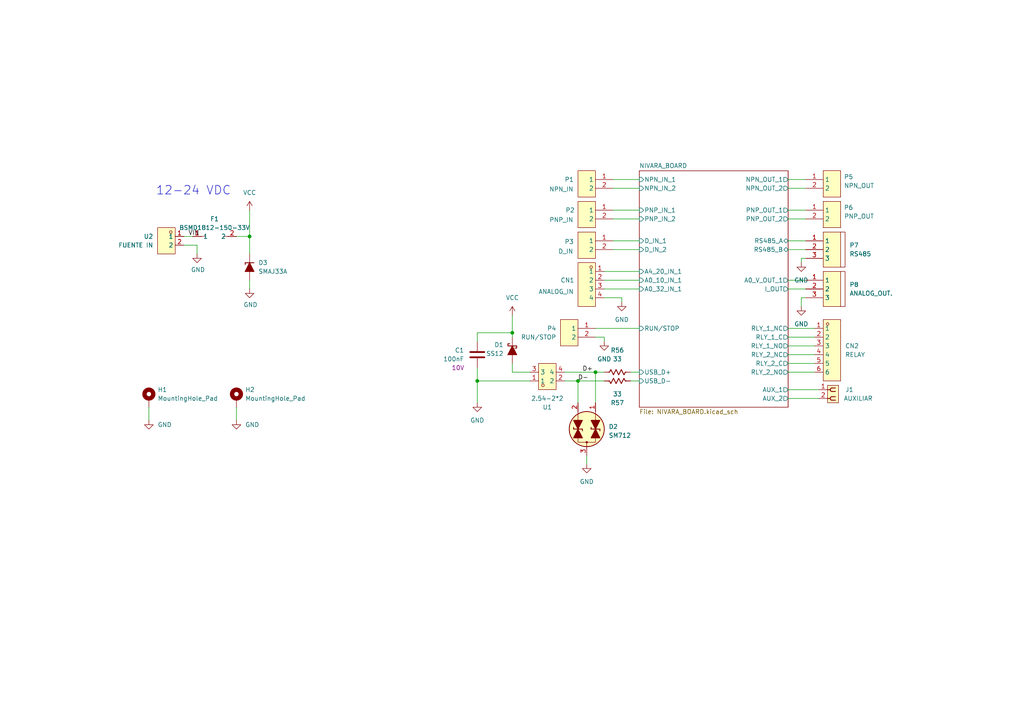
<source format=kicad_sch>
(kicad_sch
	(version 20250114)
	(generator "eeschema")
	(generator_version "9.0")
	(uuid "13184db0-a71d-4054-b13a-bbf46d2b100d")
	(paper "A4")
	(title_block
		(title "PCB Nivara")
		(date "2025-08-14")
		(rev "2025-07-25")
		(company "Instituto Tecnológico de las Américas")
		(comment 1 "AHB")
	)
	(lib_symbols
		(symbol "EasyEDA:BSMD1812-150-33V"
			(exclude_from_sim no)
			(in_bom yes)
			(on_board yes)
			(property "Reference" "F"
				(at 0 5.08 0)
				(effects
					(font
						(size 1.27 1.27)
					)
				)
			)
			(property "Value" "BSMD1812-150-33V"
				(at 0 -5.08 0)
				(effects
					(font
						(size 1.27 1.27)
					)
				)
			)
			(property "Footprint" "EasyEDA:F1812"
				(at 0 -7.62 0)
				(effects
					(font
						(size 1.27 1.27)
					)
					(hide yes)
				)
			)
			(property "Datasheet" "https://lcsc.com/product-detail/PTC-Resettable-Fuses_BHFUSE-BSMD1812-150-33V_C883154.html"
				(at 0 -10.16 0)
				(effects
					(font
						(size 1.27 1.27)
					)
					(hide yes)
				)
			)
			(property "Description" ""
				(at 0 0 0)
				(effects
					(font
						(size 1.27 1.27)
					)
					(hide yes)
				)
			)
			(property "LCSC Part" "C883154"
				(at 0 -12.7 0)
				(effects
					(font
						(size 1.27 1.27)
					)
					(hide yes)
				)
			)
			(symbol "BSMD1812-150-33V_0_1"
				(polyline
					(pts
						(xy -2.54 0) (xy -1.27 0)
					)
					(stroke
						(width 0)
						(type default)
					)
					(fill
						(type none)
					)
				)
				(polyline
					(pts
						(xy -1.27 0)
					)
					(stroke
						(width 0)
						(type default)
					)
					(fill
						(type background)
					)
				)
				(polyline
					(pts
						(xy 3.81 0) (xy 5.08 0)
					)
					(stroke
						(width 0)
						(type default)
					)
					(fill
						(type none)
					)
				)
				(pin unspecified line
					(at -5.08 0 0)
					(length 2.54)
					(name "1"
						(effects
							(font
								(size 1.27 1.27)
							)
						)
					)
					(number "1"
						(effects
							(font
								(size 1.27 1.27)
							)
						)
					)
				)
				(pin unspecified line
					(at 7.62 0 180)
					(length 2.54)
					(name "2"
						(effects
							(font
								(size 1.27 1.27)
							)
						)
					)
					(number "2"
						(effects
							(font
								(size 1.27 1.27)
							)
						)
					)
				)
			)
			(embedded_fonts no)
		)
		(symbol "EasyEDA:C_0603"
			(pin_numbers
				(hide yes)
			)
			(pin_names
				(offset 0.254)
			)
			(exclude_from_sim no)
			(in_bom yes)
			(on_board yes)
			(property "Reference" "C"
				(at 0.635 2.54 0)
				(effects
					(font
						(size 1.27 1.27)
					)
					(justify left)
				)
			)
			(property "Value" "C_0603"
				(at 0.635 -2.54 0)
				(effects
					(font
						(size 1.27 1.27)
					)
					(justify left)
				)
			)
			(property "Footprint" "PCM_Capacitor_SMD_AKL:C_0603_1608Metric"
				(at 0.9652 -3.81 0)
				(effects
					(font
						(size 1.27 1.27)
					)
					(hide yes)
				)
			)
			(property "Datasheet" "~"
				(at 0 0 0)
				(effects
					(font
						(size 1.27 1.27)
					)
					(hide yes)
				)
			)
			(property "Description" "SMD 0603 MLCC capacitor, Alternate KiCad Library"
				(at 0 0 0)
				(effects
					(font
						(size 1.27 1.27)
					)
					(hide yes)
				)
			)
			(property "ki_keywords" "cap capacitor ceramic chip mlcc smd 0603"
				(at 0 0 0)
				(effects
					(font
						(size 1.27 1.27)
					)
					(hide yes)
				)
			)
			(property "ki_fp_filters" "C_*"
				(at 0 0 0)
				(effects
					(font
						(size 1.27 1.27)
					)
					(hide yes)
				)
			)
			(symbol "C_0603_0_1"
				(polyline
					(pts
						(xy -2.032 0.762) (xy 2.032 0.762)
					)
					(stroke
						(width 0.508)
						(type default)
					)
					(fill
						(type none)
					)
				)
				(polyline
					(pts
						(xy -2.032 -0.762) (xy 2.032 -0.762)
					)
					(stroke
						(width 0.508)
						(type default)
					)
					(fill
						(type none)
					)
				)
			)
			(symbol "C_0603_0_2"
				(polyline
					(pts
						(xy -2.54 -2.54) (xy -0.381 -0.381)
					)
					(stroke
						(width 0)
						(type default)
					)
					(fill
						(type none)
					)
				)
				(polyline
					(pts
						(xy -0.508 -0.508) (xy -1.651 0.635)
					)
					(stroke
						(width 0.508)
						(type default)
					)
					(fill
						(type none)
					)
				)
				(polyline
					(pts
						(xy -0.508 -0.508) (xy 0.635 -1.651)
					)
					(stroke
						(width 0.508)
						(type default)
					)
					(fill
						(type none)
					)
				)
				(polyline
					(pts
						(xy 0.381 0.381) (xy 2.54 2.54)
					)
					(stroke
						(width 0)
						(type default)
					)
					(fill
						(type none)
					)
				)
				(polyline
					(pts
						(xy 0.508 0.508) (xy -0.635 1.651)
					)
					(stroke
						(width 0.508)
						(type default)
					)
					(fill
						(type none)
					)
				)
				(polyline
					(pts
						(xy 0.508 0.508) (xy 1.651 -0.635)
					)
					(stroke
						(width 0.508)
						(type default)
					)
					(fill
						(type none)
					)
				)
			)
			(symbol "C_0603_1_1"
				(pin passive line
					(at 0 3.81 270)
					(length 2.794)
					(name "~"
						(effects
							(font
								(size 1.27 1.27)
							)
						)
					)
					(number "1"
						(effects
							(font
								(size 1.27 1.27)
							)
						)
					)
				)
				(pin passive line
					(at 0 -3.81 90)
					(length 2.794)
					(name "~"
						(effects
							(font
								(size 1.27 1.27)
							)
						)
					)
					(number "2"
						(effects
							(font
								(size 1.27 1.27)
							)
						)
					)
				)
			)
			(symbol "C_0603_1_2"
				(pin passive line
					(at -2.54 -2.54 90)
					(length 0)
					(name "~"
						(effects
							(font
								(size 1.27 1.27)
							)
						)
					)
					(number "2"
						(effects
							(font
								(size 1.27 1.27)
							)
						)
					)
				)
				(pin passive line
					(at 2.54 2.54 270)
					(length 0)
					(name "~"
						(effects
							(font
								(size 1.27 1.27)
							)
						)
					)
					(number "1"
						(effects
							(font
								(size 1.27 1.27)
							)
						)
					)
				)
			)
			(embedded_fonts no)
		)
		(symbol "EasyEDA:DB128V-5.08-4P-GN-S"
			(exclude_from_sim no)
			(in_bom yes)
			(on_board yes)
			(property "Reference" "CN"
				(at 0 8.89 0)
				(effects
					(font
						(size 1.27 1.27)
					)
				)
			)
			(property "Value" "DB128V-5.08-4P-GN-S"
				(at 0 -8.89 0)
				(effects
					(font
						(size 1.27 1.27)
					)
				)
			)
			(property "Footprint" "EasyEDA:CONN-TH_4P-P5.08_DIBO_DB128V-5.08"
				(at 0 -11.43 0)
				(effects
					(font
						(size 1.27 1.27)
					)
					(hide yes)
				)
			)
			(property "Datasheet" ""
				(at 0 0 0)
				(effects
					(font
						(size 1.27 1.27)
					)
					(hide yes)
				)
			)
			(property "Description" ""
				(at 0 0 0)
				(effects
					(font
						(size 1.27 1.27)
					)
					(hide yes)
				)
			)
			(property "LCSC Part" "C2915641"
				(at 0 -13.97 0)
				(effects
					(font
						(size 1.27 1.27)
					)
					(hide yes)
				)
			)
			(symbol "DB128V-5.08-4P-GN-S_0_1"
				(rectangle
					(start -2.54 6.35)
					(end 2.54 -6.35)
					(stroke
						(width 0)
						(type default)
					)
					(fill
						(type background)
					)
				)
				(circle
					(center -1.27 5.08)
					(radius 0.38)
					(stroke
						(width 0)
						(type default)
					)
					(fill
						(type none)
					)
				)
				(pin unspecified line
					(at -5.08 3.81 0)
					(length 2.54)
					(name "1"
						(effects
							(font
								(size 1.27 1.27)
							)
						)
					)
					(number "1"
						(effects
							(font
								(size 1.27 1.27)
							)
						)
					)
				)
				(pin unspecified line
					(at -5.08 1.27 0)
					(length 2.54)
					(name "2"
						(effects
							(font
								(size 1.27 1.27)
							)
						)
					)
					(number "2"
						(effects
							(font
								(size 1.27 1.27)
							)
						)
					)
				)
				(pin unspecified line
					(at -5.08 -1.27 0)
					(length 2.54)
					(name "3"
						(effects
							(font
								(size 1.27 1.27)
							)
						)
					)
					(number "3"
						(effects
							(font
								(size 1.27 1.27)
							)
						)
					)
				)
				(pin unspecified line
					(at -5.08 -3.81 0)
					(length 2.54)
					(name "4"
						(effects
							(font
								(size 1.27 1.27)
							)
						)
					)
					(number "4"
						(effects
							(font
								(size 1.27 1.27)
							)
						)
					)
				)
			)
			(embedded_fonts no)
		)
		(symbol "EasyEDA:DB128V-5.08-6P-GN-S"
			(exclude_from_sim no)
			(in_bom yes)
			(on_board yes)
			(property "Reference" "CN"
				(at 0 11.43 0)
				(effects
					(font
						(size 1.27 1.27)
					)
				)
			)
			(property "Value" "DB128V-5.08-6P-GN-S"
				(at 0 -11.43 0)
				(effects
					(font
						(size 1.27 1.27)
					)
				)
			)
			(property "Footprint" "EasyEDA:CONN-TH_6P-P5.08_DIBO_DB128V-5.08"
				(at 0 -13.97 0)
				(effects
					(font
						(size 1.27 1.27)
					)
					(hide yes)
				)
			)
			(property "Datasheet" ""
				(at 0 0 0)
				(effects
					(font
						(size 1.27 1.27)
					)
					(hide yes)
				)
			)
			(property "Description" ""
				(at 0 0 0)
				(effects
					(font
						(size 1.27 1.27)
					)
					(hide yes)
				)
			)
			(property "LCSC Part" "C2915642"
				(at 0 -16.51 0)
				(effects
					(font
						(size 1.27 1.27)
					)
					(hide yes)
				)
			)
			(symbol "DB128V-5.08-6P-GN-S_0_1"
				(rectangle
					(start -2.54 8.89)
					(end 2.54 -8.89)
					(stroke
						(width 0)
						(type default)
					)
					(fill
						(type background)
					)
				)
				(circle
					(center -1.27 7.62)
					(radius 0.38)
					(stroke
						(width 0)
						(type default)
					)
					(fill
						(type none)
					)
				)
				(pin unspecified line
					(at -5.08 6.35 0)
					(length 2.54)
					(name "1"
						(effects
							(font
								(size 1.27 1.27)
							)
						)
					)
					(number "1"
						(effects
							(font
								(size 1.27 1.27)
							)
						)
					)
				)
				(pin unspecified line
					(at -5.08 3.81 0)
					(length 2.54)
					(name "2"
						(effects
							(font
								(size 1.27 1.27)
							)
						)
					)
					(number "2"
						(effects
							(font
								(size 1.27 1.27)
							)
						)
					)
				)
				(pin unspecified line
					(at -5.08 1.27 0)
					(length 2.54)
					(name "3"
						(effects
							(font
								(size 1.27 1.27)
							)
						)
					)
					(number "3"
						(effects
							(font
								(size 1.27 1.27)
							)
						)
					)
				)
				(pin unspecified line
					(at -5.08 -1.27 0)
					(length 2.54)
					(name "4"
						(effects
							(font
								(size 1.27 1.27)
							)
						)
					)
					(number "4"
						(effects
							(font
								(size 1.27 1.27)
							)
						)
					)
				)
				(pin unspecified line
					(at -5.08 -3.81 0)
					(length 2.54)
					(name "5"
						(effects
							(font
								(size 1.27 1.27)
							)
						)
					)
					(number "5"
						(effects
							(font
								(size 1.27 1.27)
							)
						)
					)
				)
				(pin unspecified line
					(at -5.08 -6.35 0)
					(length 2.54)
					(name "6"
						(effects
							(font
								(size 1.27 1.27)
							)
						)
					)
					(number "6"
						(effects
							(font
								(size 1.27 1.27)
							)
						)
					)
				)
			)
			(embedded_fonts no)
		)
		(symbol "EasyEDA:GND"
			(power)
			(pin_numbers
				(hide yes)
			)
			(pin_names
				(offset 0)
				(hide yes)
			)
			(exclude_from_sim no)
			(in_bom yes)
			(on_board yes)
			(property "Reference" "#PWR"
				(at 0 -6.35 0)
				(effects
					(font
						(size 1.27 1.27)
					)
					(hide yes)
				)
			)
			(property "Value" "GND"
				(at 0 -3.81 0)
				(effects
					(font
						(size 1.27 1.27)
					)
				)
			)
			(property "Footprint" ""
				(at 0 0 0)
				(effects
					(font
						(size 1.27 1.27)
					)
					(hide yes)
				)
			)
			(property "Datasheet" ""
				(at 0 0 0)
				(effects
					(font
						(size 1.27 1.27)
					)
					(hide yes)
				)
			)
			(property "Description" "Power symbol creates a global label with name \"GND\" , ground"
				(at 0 0 0)
				(effects
					(font
						(size 1.27 1.27)
					)
					(hide yes)
				)
			)
			(property "ki_keywords" "global power"
				(at 0 0 0)
				(effects
					(font
						(size 1.27 1.27)
					)
					(hide yes)
				)
			)
			(symbol "GND_0_1"
				(polyline
					(pts
						(xy 0 0) (xy 0 -1.27) (xy 1.27 -1.27) (xy 0 -2.54) (xy -1.27 -1.27) (xy 0 -1.27)
					)
					(stroke
						(width 0)
						(type default)
					)
					(fill
						(type none)
					)
				)
			)
			(symbol "GND_1_1"
				(pin power_in line
					(at 0 0 270)
					(length 0)
					(name "~"
						(effects
							(font
								(size 1.27 1.27)
							)
						)
					)
					(number "1"
						(effects
							(font
								(size 1.27 1.27)
							)
						)
					)
				)
			)
			(embedded_fonts no)
		)
		(symbol "EasyEDA:MountingHole_Pad"
			(pin_numbers
				(hide yes)
			)
			(pin_names
				(offset 1.016)
				(hide yes)
			)
			(exclude_from_sim no)
			(in_bom no)
			(on_board yes)
			(property "Reference" "H"
				(at 0 6.35 0)
				(effects
					(font
						(size 1.27 1.27)
					)
				)
			)
			(property "Value" "MountingHole_Pad"
				(at 0 4.445 0)
				(effects
					(font
						(size 1.27 1.27)
					)
				)
			)
			(property "Footprint" ""
				(at 0 0 0)
				(effects
					(font
						(size 1.27 1.27)
					)
					(hide yes)
				)
			)
			(property "Datasheet" "~"
				(at 0 0 0)
				(effects
					(font
						(size 1.27 1.27)
					)
					(hide yes)
				)
			)
			(property "Description" "Mounting Hole with connection"
				(at 0 0 0)
				(effects
					(font
						(size 1.27 1.27)
					)
					(hide yes)
				)
			)
			(property "ki_keywords" "mounting hole"
				(at 0 0 0)
				(effects
					(font
						(size 1.27 1.27)
					)
					(hide yes)
				)
			)
			(property "ki_fp_filters" "MountingHole*Pad*"
				(at 0 0 0)
				(effects
					(font
						(size 1.27 1.27)
					)
					(hide yes)
				)
			)
			(symbol "MountingHole_Pad_0_1"
				(circle
					(center 0 1.27)
					(radius 1.27)
					(stroke
						(width 1.27)
						(type default)
					)
					(fill
						(type none)
					)
				)
			)
			(symbol "MountingHole_Pad_1_1"
				(pin input line
					(at 0 -2.54 90)
					(length 2.54)
					(name "1"
						(effects
							(font
								(size 1.27 1.27)
							)
						)
					)
					(number "1"
						(effects
							(font
								(size 1.27 1.27)
							)
						)
					)
				)
			)
			(embedded_fonts no)
		)
		(symbol "EasyEDA:PINHD_1x2_Female"
			(exclude_from_sim no)
			(in_bom yes)
			(on_board yes)
			(property "Reference" "J"
				(at 0 7.62 0)
				(effects
					(font
						(size 1.27 1.27)
					)
				)
			)
			(property "Value" "PINHD_1x2_Female"
				(at 0 5.08 0)
				(effects
					(font
						(size 1.27 1.27)
					)
				)
			)
			(property "Footprint" "Connector_PinSocket_2.54mm:PinSocket_1x02_P2.54mm_Vertical"
				(at 2.54 10.16 0)
				(effects
					(font
						(size 1.27 1.27)
					)
					(hide yes)
				)
			)
			(property "Datasheet" ""
				(at 0 7.62 0)
				(effects
					(font
						(size 1.27 1.27)
					)
					(hide yes)
				)
			)
			(property "Description" "Pin Header female with pin space 2.54mm. Pin Count -2"
				(at 0 0 0)
				(effects
					(font
						(size 1.27 1.27)
					)
					(hide yes)
				)
			)
			(property "ki_keywords" "Pin Header"
				(at 0 0 0)
				(effects
					(font
						(size 1.27 1.27)
					)
					(hide yes)
				)
			)
			(property "ki_fp_filters" "PinSocket_1x02_P2.54mm*"
				(at 0 0 0)
				(effects
					(font
						(size 1.27 1.27)
					)
					(hide yes)
				)
			)
			(symbol "PINHD_1x2_Female_0_1"
				(rectangle
					(start -1.27 2.54)
					(end 1.905 -2.54)
					(stroke
						(width 0)
						(type default)
					)
					(fill
						(type background)
					)
				)
				(polyline
					(pts
						(xy -1.27 1.27) (xy -0.508 1.27)
					)
					(stroke
						(width 0.25)
						(type default)
					)
					(fill
						(type none)
					)
				)
				(polyline
					(pts
						(xy -1.27 -1.27) (xy -0.508 -1.27)
					)
					(stroke
						(width 0.25)
						(type default)
					)
					(fill
						(type none)
					)
				)
				(polyline
					(pts
						(xy 0 1.778) (xy 1.016 1.778)
					)
					(stroke
						(width 0.25)
						(type default)
					)
					(fill
						(type none)
					)
				)
				(arc
					(start -0.508 1.27)
					(mid -0.3592 1.6292)
					(end 0 1.778)
					(stroke
						(width 0.25)
						(type default)
					)
					(fill
						(type none)
					)
				)
				(arc
					(start 0 0.762)
					(mid -0.3592 0.9108)
					(end -0.508 1.27)
					(stroke
						(width 0.25)
						(type default)
					)
					(fill
						(type none)
					)
				)
				(polyline
					(pts
						(xy 0 0.762) (xy 1.016 0.762)
					)
					(stroke
						(width 0.25)
						(type default)
					)
					(fill
						(type none)
					)
				)
				(polyline
					(pts
						(xy 0 -0.762) (xy 1.016 -0.762)
					)
					(stroke
						(width 0.25)
						(type default)
					)
					(fill
						(type none)
					)
				)
				(arc
					(start -0.508 -1.27)
					(mid -0.3592 -0.9108)
					(end 0 -0.762)
					(stroke
						(width 0.25)
						(type default)
					)
					(fill
						(type none)
					)
				)
				(arc
					(start 0 -1.778)
					(mid -0.3592 -1.6292)
					(end -0.508 -1.27)
					(stroke
						(width 0.25)
						(type default)
					)
					(fill
						(type none)
					)
				)
				(polyline
					(pts
						(xy 0 -1.778) (xy 1.016 -1.778)
					)
					(stroke
						(width 0.25)
						(type default)
					)
					(fill
						(type none)
					)
				)
			)
			(symbol "PINHD_1x2_Female_1_1"
				(pin passive line
					(at -3.81 1.27 0)
					(length 2.54)
					(name ""
						(effects
							(font
								(size 1.27 1.27)
							)
						)
					)
					(number "1"
						(effects
							(font
								(size 1.27 1.27)
							)
						)
					)
				)
				(pin passive line
					(at -3.81 -1.27 0)
					(length 2.54)
					(name ""
						(effects
							(font
								(size 1.27 1.27)
							)
						)
					)
					(number "2"
						(effects
							(font
								(size 1.27 1.27)
							)
						)
					)
				)
			)
			(embedded_fonts no)
		)
		(symbol "EasyEDA:SM712"
			(pin_names
				(offset 1.016)
				(hide yes)
			)
			(exclude_from_sim no)
			(in_bom yes)
			(on_board yes)
			(property "Reference" "D"
				(at 0 8.89 0)
				(effects
					(font
						(size 1.27 1.27)
					)
				)
			)
			(property "Value" "SM712"
				(at 0 6.35 0)
				(effects
					(font
						(size 1.27 1.27)
					)
				)
			)
			(property "Footprint" "PCM_Package_TO_SOT_SMD_AKL:SOT-23"
				(at 0 8.89 0)
				(effects
					(font
						(size 1.27 1.27)
					)
					(hide yes)
				)
			)
			(property "Datasheet" "https://www.tme.eu/Document/75933fc1842e5f5f3391c0542bf992c7/SM712.pdf"
				(at 0 8.89 0)
				(effects
					(font
						(size 1.27 1.27)
					)
					(hide yes)
				)
			)
			(property "Description" "SOT-23 Dual bidirectional TVS diode, 12V/7V, 600W, Alternate KiCAD Library"
				(at 0 0 0)
				(effects
					(font
						(size 1.27 1.27)
					)
					(hide yes)
				)
			)
			(property "ki_keywords" "dual tvs diode bidirectional SM712"
				(at 0 0 0)
				(effects
					(font
						(size 1.27 1.27)
					)
					(hide yes)
				)
			)
			(symbol "SM712_0_1"
				(polyline
					(pts
						(xy -6.35 0) (xy -3.81 0)
					)
					(stroke
						(width 0)
						(type default)
					)
					(fill
						(type none)
					)
				)
				(circle
					(center -3.81 0)
					(radius 0.254)
					(stroke
						(width 0)
						(type default)
					)
					(fill
						(type outline)
					)
				)
				(polyline
					(pts
						(xy -2.54 2.54) (xy -3.81 2.54) (xy -3.81 -2.54) (xy -2.54 -2.54)
					)
					(stroke
						(width 0)
						(type default)
					)
					(fill
						(type none)
					)
				)
				(circle
					(center 0 0)
					(radius 5.08)
					(stroke
						(width 0.254)
						(type default)
					)
					(fill
						(type background)
					)
				)
				(polyline
					(pts
						(xy 2.54 2.54) (xy 5.08 2.54)
					)
					(stroke
						(width 0)
						(type default)
					)
					(fill
						(type none)
					)
				)
				(polyline
					(pts
						(xy 2.54 -2.54) (xy 5.08 -2.54)
					)
					(stroke
						(width 0)
						(type default)
					)
					(fill
						(type none)
					)
				)
			)
			(symbol "SM712_0_2"
				(polyline
					(pts
						(xy -2.54 5.08) (xy -2.54 -5.08)
					)
					(stroke
						(width 0.254)
						(type default)
					)
					(fill
						(type none)
					)
				)
				(polyline
					(pts
						(xy -2.54 0) (xy 0 0)
					)
					(stroke
						(width 0)
						(type default)
					)
					(fill
						(type none)
					)
				)
				(polyline
					(pts
						(xy 0 6.35) (xy 0 7.62)
					)
					(stroke
						(width 0)
						(type default)
					)
					(fill
						(type none)
					)
				)
				(arc
					(start -2.54 5.08)
					(mid 0 7.5976)
					(end 2.54 5.08)
					(stroke
						(width 0.254)
						(type default)
					)
					(fill
						(type none)
					)
				)
				(polyline
					(pts
						(xy 0 1.27) (xy 0 -1.27)
					)
					(stroke
						(width 0)
						(type default)
					)
					(fill
						(type none)
					)
				)
				(circle
					(center 0 0)
					(radius 0.254)
					(stroke
						(width 0)
						(type default)
					)
					(fill
						(type outline)
					)
				)
				(arc
					(start 2.54 -5.08)
					(mid 0 -7.5976)
					(end -2.54 -5.08)
					(stroke
						(width 0.254)
						(type default)
					)
					(fill
						(type none)
					)
				)
				(polyline
					(pts
						(xy 0 -6.35) (xy 0 -7.62)
					)
					(stroke
						(width 0)
						(type default)
					)
					(fill
						(type none)
					)
				)
				(polyline
					(pts
						(xy 0 -7.62) (xy -1.016 -7.366) (xy -1.778 -6.858) (xy -2.286 -6.096) (xy -2.54 -5.588) (xy -2.54 5.334)
						(xy -2.286 6.096) (xy -2.032 6.604) (xy -1.524 7.112) (xy -0.254 7.62) (xy 0.254 7.62) (xy 1.524 7.112)
						(xy 2.032 6.604) (xy 2.286 6.096) (xy 2.54 5.334) (xy 2.54 0.254) (xy 2.54 -5.334) (xy 2.286 -6.096)
						(xy 2.032 -6.604) (xy 1.524 -7.112) (xy 1.016 -7.366) (xy 0 -7.62)
					)
					(stroke
						(width 0.01)
						(type default)
					)
					(fill
						(type background)
					)
				)
				(polyline
					(pts
						(xy 2.54 -5.08) (xy 2.54 5.08)
					)
					(stroke
						(width 0.254)
						(type default)
					)
					(fill
						(type none)
					)
				)
			)
			(symbol "SM712_1_1"
				(polyline
					(pts
						(xy -2.54 1.27) (xy -2.54 3.81) (xy 0 2.54) (xy -2.54 1.27)
					)
					(stroke
						(width 0.254)
						(type default)
					)
					(fill
						(type outline)
					)
				)
				(polyline
					(pts
						(xy -2.54 -3.81) (xy -2.54 -1.27) (xy 0 -2.54) (xy -2.54 -3.81)
					)
					(stroke
						(width 0.254)
						(type default)
					)
					(fill
						(type outline)
					)
				)
				(polyline
					(pts
						(xy -1.27 2.54) (xy 1.27 2.54)
					)
					(stroke
						(width 0)
						(type default)
					)
					(fill
						(type none)
					)
				)
				(polyline
					(pts
						(xy -1.27 -2.54) (xy 1.27 -2.54)
					)
					(stroke
						(width 0)
						(type default)
					)
					(fill
						(type none)
					)
				)
				(polyline
					(pts
						(xy 0 3.81) (xy 0.508 3.81)
					)
					(stroke
						(width 0.254)
						(type default)
					)
					(fill
						(type none)
					)
				)
				(polyline
					(pts
						(xy 0 2.54) (xy 2.54 1.27) (xy 2.54 3.81) (xy 0 2.54)
					)
					(stroke
						(width 0.254)
						(type default)
					)
					(fill
						(type outline)
					)
				)
				(polyline
					(pts
						(xy 0 1.27) (xy -0.508 1.27)
					)
					(stroke
						(width 0.254)
						(type default)
					)
					(fill
						(type none)
					)
				)
				(polyline
					(pts
						(xy 0 1.27) (xy 0 3.81)
					)
					(stroke
						(width 0.254)
						(type default)
					)
					(fill
						(type none)
					)
				)
				(polyline
					(pts
						(xy 0 -1.27) (xy 0.508 -1.27)
					)
					(stroke
						(width 0.254)
						(type default)
					)
					(fill
						(type none)
					)
				)
				(polyline
					(pts
						(xy 0 -2.54) (xy 2.54 -3.81) (xy 2.54 -1.27) (xy 0 -2.54)
					)
					(stroke
						(width 0.254)
						(type default)
					)
					(fill
						(type outline)
					)
				)
				(polyline
					(pts
						(xy 0 -3.81) (xy -0.508 -3.81)
					)
					(stroke
						(width 0.254)
						(type default)
					)
					(fill
						(type none)
					)
				)
				(polyline
					(pts
						(xy 0 -3.81) (xy 0 -1.27)
					)
					(stroke
						(width 0.254)
						(type default)
					)
					(fill
						(type none)
					)
				)
				(pin passive line
					(at -7.62 0 0)
					(length 2.54)
					(name "Com"
						(effects
							(font
								(size 1.27 1.27)
							)
						)
					)
					(number "3"
						(effects
							(font
								(size 1.27 1.27)
							)
						)
					)
				)
				(pin passive line
					(at 7.62 2.54 180)
					(length 2.54)
					(name "A2"
						(effects
							(font
								(size 1.27 1.27)
							)
						)
					)
					(number "2"
						(effects
							(font
								(size 1.27 1.27)
							)
						)
					)
				)
				(pin passive line
					(at 7.62 -2.54 180)
					(length 2.54)
					(name "A1"
						(effects
							(font
								(size 1.27 1.27)
							)
						)
					)
					(number "1"
						(effects
							(font
								(size 1.27 1.27)
							)
						)
					)
				)
			)
			(symbol "SM712_1_2"
				(polyline
					(pts
						(xy -1.27 3.81) (xy -1.27 4.318)
					)
					(stroke
						(width 0.254)
						(type default)
					)
					(fill
						(type none)
					)
				)
				(polyline
					(pts
						(xy -1.27 -3.81) (xy -1.27 -3.302)
					)
					(stroke
						(width 0.254)
						(type default)
					)
					(fill
						(type none)
					)
				)
				(polyline
					(pts
						(xy 0 3.81) (xy 1.27 6.35) (xy -1.27 6.35) (xy 0 3.81)
					)
					(stroke
						(width 0.254)
						(type default)
					)
					(fill
						(type outline)
					)
				)
				(polyline
					(pts
						(xy 0 -3.81) (xy 1.27 -1.27) (xy -1.27 -1.27) (xy 0 -3.81)
					)
					(stroke
						(width 0.254)
						(type default)
					)
					(fill
						(type outline)
					)
				)
				(polyline
					(pts
						(xy 1.27 3.81) (xy -1.27 3.81)
					)
					(stroke
						(width 0.254)
						(type default)
					)
					(fill
						(type none)
					)
				)
				(polyline
					(pts
						(xy 1.27 3.81) (xy 1.27 3.302)
					)
					(stroke
						(width 0.254)
						(type default)
					)
					(fill
						(type none)
					)
				)
				(polyline
					(pts
						(xy 1.27 1.27) (xy -1.27 1.27) (xy 0 3.81) (xy 1.27 1.27)
					)
					(stroke
						(width 0.254)
						(type default)
					)
					(fill
						(type outline)
					)
				)
				(polyline
					(pts
						(xy 1.27 -3.81) (xy -1.27 -3.81)
					)
					(stroke
						(width 0.254)
						(type default)
					)
					(fill
						(type none)
					)
				)
				(polyline
					(pts
						(xy 1.27 -3.81) (xy 1.27 -4.318)
					)
					(stroke
						(width 0.254)
						(type default)
					)
					(fill
						(type none)
					)
				)
				(polyline
					(pts
						(xy 1.27 -6.35) (xy -1.27 -6.35) (xy 0 -3.81) (xy 1.27 -6.35)
					)
					(stroke
						(width 0.254)
						(type default)
					)
					(fill
						(type outline)
					)
				)
				(pin passive line
					(at -5.08 0 0)
					(length 2.54)
					(name "Com"
						(effects
							(font
								(size 1.27 1.27)
							)
						)
					)
					(number "3"
						(effects
							(font
								(size 1.27 1.27)
							)
						)
					)
				)
				(pin passive line
					(at 0 10.16 270)
					(length 2.54)
					(name "A2"
						(effects
							(font
								(size 1.27 1.27)
							)
						)
					)
					(number "2"
						(effects
							(font
								(size 1.27 1.27)
							)
						)
					)
				)
				(pin passive line
					(at 0 -10.16 90)
					(length 2.54)
					(name "A1"
						(effects
							(font
								(size 1.27 1.27)
							)
						)
					)
					(number "1"
						(effects
							(font
								(size 1.27 1.27)
							)
						)
					)
				)
			)
			(embedded_fonts no)
		)
		(symbol "EasyEDA:SMAJ33A"
			(pin_numbers
				(hide yes)
			)
			(pin_names
				(offset 1.016)
				(hide yes)
			)
			(exclude_from_sim no)
			(in_bom yes)
			(on_board yes)
			(property "Reference" "D"
				(at 0 5.08 0)
				(effects
					(font
						(size 1.27 1.27)
					)
				)
			)
			(property "Value" "SMAJ33A"
				(at 0 2.54 0)
				(effects
					(font
						(size 1.27 1.27)
					)
				)
			)
			(property "Footprint" "PCM_Diode_SMD_AKL:D_SMA"
				(at 0 0 0)
				(effects
					(font
						(size 1.27 1.27)
					)
					(hide yes)
				)
			)
			(property "Datasheet" "https://www.tme.eu/Document/dbc72d81c249fe51b6ab42300e8e06d0/SMAJ_ser.pdf"
				(at 0 0 0)
				(effects
					(font
						(size 1.27 1.27)
					)
					(hide yes)
				)
			)
			(property "Description" "SMA Unidirectional TVS diode, 33V, 400W, Alternate KiCAD Library"
				(at 0 0 0)
				(effects
					(font
						(size 1.27 1.27)
					)
					(hide yes)
				)
			)
			(property "ki_keywords" "diode unidirectional TVS SMAJ-A"
				(at 0 0 0)
				(effects
					(font
						(size 1.27 1.27)
					)
					(hide yes)
				)
			)
			(property "ki_fp_filters" "TO-???* *_Diode_* *SingleDiode* D_*"
				(at 0 0 0)
				(effects
					(font
						(size 1.27 1.27)
					)
					(hide yes)
				)
			)
			(symbol "SMAJ33A_0_1"
				(polyline
					(pts
						(xy -1.27 1.27) (xy -1.27 -1.27) (xy 1.27 0) (xy -1.27 1.27)
					)
					(stroke
						(width 0.254)
						(type default)
					)
					(fill
						(type outline)
					)
				)
				(polyline
					(pts
						(xy -1.27 0) (xy 1.27 0)
					)
					(stroke
						(width 0)
						(type default)
					)
					(fill
						(type none)
					)
				)
				(polyline
					(pts
						(xy 1.27 1.27) (xy 0.762 1.27)
					)
					(stroke
						(width 0.254)
						(type default)
					)
					(fill
						(type none)
					)
				)
				(polyline
					(pts
						(xy 1.27 -1.27) (xy 1.27 1.27)
					)
					(stroke
						(width 0.254)
						(type default)
					)
					(fill
						(type none)
					)
				)
			)
			(symbol "SMAJ33A_0_2"
				(polyline
					(pts
						(xy -2.54 -2.54) (xy 2.54 2.54)
					)
					(stroke
						(width 0)
						(type default)
					)
					(fill
						(type none)
					)
				)
				(polyline
					(pts
						(xy -0.889 -0.889) (xy -1.778 0) (xy 0.889 0.889) (xy 0 -1.778) (xy -0.889 -0.889)
					)
					(stroke
						(width 0.254)
						(type default)
					)
					(fill
						(type outline)
					)
				)
				(polyline
					(pts
						(xy 0 1.778) (xy -0.381 1.397)
					)
					(stroke
						(width 0.254)
						(type default)
					)
					(fill
						(type none)
					)
				)
				(polyline
					(pts
						(xy 0 1.778) (xy 1.778 0)
					)
					(stroke
						(width 0.254)
						(type default)
					)
					(fill
						(type none)
					)
				)
			)
			(symbol "SMAJ33A_1_1"
				(pin passive line
					(at -3.81 0 0)
					(length 2.54)
					(name "A"
						(effects
							(font
								(size 1.27 1.27)
							)
						)
					)
					(number "2"
						(effects
							(font
								(size 1.27 1.27)
							)
						)
					)
				)
				(pin passive line
					(at 3.81 0 180)
					(length 2.54)
					(name "K"
						(effects
							(font
								(size 1.27 1.27)
							)
						)
					)
					(number "1"
						(effects
							(font
								(size 1.27 1.27)
							)
						)
					)
				)
			)
			(symbol "SMAJ33A_1_2"
				(pin passive line
					(at -2.54 -2.54 0)
					(length 0)
					(name "A"
						(effects
							(font
								(size 1.27 1.27)
							)
						)
					)
					(number "2"
						(effects
							(font
								(size 1.27 1.27)
							)
						)
					)
				)
				(pin passive line
					(at 2.54 2.54 180)
					(length 0)
					(name "K"
						(effects
							(font
								(size 1.27 1.27)
							)
						)
					)
					(number "1"
						(effects
							(font
								(size 1.27 1.27)
							)
						)
					)
				)
			)
			(embedded_fonts no)
		)
		(symbol "EasyEDA:SS12"
			(pin_numbers
				(hide yes)
			)
			(pin_names
				(offset 1.016)
				(hide yes)
			)
			(exclude_from_sim no)
			(in_bom yes)
			(on_board yes)
			(property "Reference" "D"
				(at 0 5.08 0)
				(effects
					(font
						(size 1.27 1.27)
					)
				)
			)
			(property "Value" "SS12"
				(at 0 2.54 0)
				(effects
					(font
						(size 1.27 1.27)
					)
				)
			)
			(property "Footprint" "PCM_Diode_SMD_AKL:D_SMA"
				(at 0 0 0)
				(effects
					(font
						(size 1.27 1.27)
					)
					(hide yes)
				)
			)
			(property "Datasheet" "https://www.tme.eu/Document/39e1c2d2c354f63d74e9a2edb2156b4b/SS14-E3_61T.pdf"
				(at 0 0 0)
				(effects
					(font
						(size 1.27 1.27)
					)
					(hide yes)
				)
			)
			(property "Description" "SMA Schottky diode, 20V, 1A, Alternate KiCAD Library"
				(at 0 0 0)
				(effects
					(font
						(size 1.27 1.27)
					)
					(hide yes)
				)
			)
			(property "ki_keywords" "diode Schottky SS12"
				(at 0 0 0)
				(effects
					(font
						(size 1.27 1.27)
					)
					(hide yes)
				)
			)
			(property "ki_fp_filters" "TO-???* *_Diode_* *SingleDiode* D_*"
				(at 0 0 0)
				(effects
					(font
						(size 1.27 1.27)
					)
					(hide yes)
				)
			)
			(symbol "SS12_0_1"
				(polyline
					(pts
						(xy -1.27 0) (xy 1.27 0)
					)
					(stroke
						(width 0)
						(type default)
					)
					(fill
						(type none)
					)
				)
				(polyline
					(pts
						(xy -1.27 -1.27) (xy -1.27 1.27) (xy 1.27 0) (xy -1.27 -1.27)
					)
					(stroke
						(width 0.254)
						(type default)
					)
					(fill
						(type outline)
					)
				)
				(polyline
					(pts
						(xy 1.905 -0.762) (xy 1.905 -1.27) (xy 1.27 -1.27) (xy 1.27 1.27) (xy 0.635 1.27) (xy 0.635 0.762)
					)
					(stroke
						(width 0.254)
						(type default)
					)
					(fill
						(type none)
					)
				)
			)
			(symbol "SS12_0_2"
				(polyline
					(pts
						(xy -2.54 -2.54) (xy 2.54 2.54)
					)
					(stroke
						(width 0)
						(type default)
					)
					(fill
						(type none)
					)
				)
				(polyline
					(pts
						(xy -0.889 -0.889) (xy -1.778 0) (xy 0.889 0.889) (xy 0 -1.778) (xy -0.889 -0.889)
					)
					(stroke
						(width 0.254)
						(type default)
					)
					(fill
						(type outline)
					)
				)
				(polyline
					(pts
						(xy 0 1.778) (xy 1.778 0)
					)
					(stroke
						(width 0.254)
						(type default)
					)
					(fill
						(type none)
					)
				)
				(polyline
					(pts
						(xy 0 1.778) (xy -0.381 1.397) (xy 0 1.016)
					)
					(stroke
						(width 0.254)
						(type default)
					)
					(fill
						(type none)
					)
				)
				(polyline
					(pts
						(xy 1.778 0) (xy 2.159 0.381) (xy 1.778 0.762)
					)
					(stroke
						(width 0.254)
						(type default)
					)
					(fill
						(type none)
					)
				)
			)
			(symbol "SS12_1_1"
				(pin passive line
					(at -3.81 0 0)
					(length 2.54)
					(name "A"
						(effects
							(font
								(size 1.27 1.27)
							)
						)
					)
					(number "2"
						(effects
							(font
								(size 1.27 1.27)
							)
						)
					)
				)
				(pin passive line
					(at 3.81 0 180)
					(length 2.54)
					(name "K"
						(effects
							(font
								(size 1.27 1.27)
							)
						)
					)
					(number "1"
						(effects
							(font
								(size 1.27 1.27)
							)
						)
					)
				)
			)
			(symbol "SS12_1_2"
				(pin passive line
					(at -2.54 -2.54 0)
					(length 0)
					(name "A"
						(effects
							(font
								(size 1.27 1.27)
							)
						)
					)
					(number "2"
						(effects
							(font
								(size 1.27 1.27)
							)
						)
					)
				)
				(pin passive line
					(at 2.54 2.54 180)
					(length 0)
					(name "K"
						(effects
							(font
								(size 1.27 1.27)
							)
						)
					)
					(number "1"
						(effects
							(font
								(size 1.27 1.27)
							)
						)
					)
				)
			)
			(embedded_fonts no)
		)
		(symbol "EasyEDA:VCC"
			(power)
			(pin_numbers
				(hide yes)
			)
			(pin_names
				(offset 0)
				(hide yes)
			)
			(exclude_from_sim no)
			(in_bom yes)
			(on_board yes)
			(property "Reference" "#PWR"
				(at 0 -3.81 0)
				(effects
					(font
						(size 1.27 1.27)
					)
					(hide yes)
				)
			)
			(property "Value" "VCC"
				(at 0 3.556 0)
				(effects
					(font
						(size 1.27 1.27)
					)
				)
			)
			(property "Footprint" ""
				(at 0 0 0)
				(effects
					(font
						(size 1.27 1.27)
					)
					(hide yes)
				)
			)
			(property "Datasheet" ""
				(at 0 0 0)
				(effects
					(font
						(size 1.27 1.27)
					)
					(hide yes)
				)
			)
			(property "Description" "Power symbol creates a global label with name \"VCC\""
				(at 0 0 0)
				(effects
					(font
						(size 1.27 1.27)
					)
					(hide yes)
				)
			)
			(property "ki_keywords" "global power"
				(at 0 0 0)
				(effects
					(font
						(size 1.27 1.27)
					)
					(hide yes)
				)
			)
			(symbol "VCC_0_1"
				(polyline
					(pts
						(xy -0.762 1.27) (xy 0 2.54)
					)
					(stroke
						(width 0)
						(type default)
					)
					(fill
						(type none)
					)
				)
				(polyline
					(pts
						(xy 0 2.54) (xy 0.762 1.27)
					)
					(stroke
						(width 0)
						(type default)
					)
					(fill
						(type none)
					)
				)
				(polyline
					(pts
						(xy 0 0) (xy 0 2.54)
					)
					(stroke
						(width 0)
						(type default)
					)
					(fill
						(type none)
					)
				)
			)
			(symbol "VCC_1_1"
				(pin power_in line
					(at 0 0 90)
					(length 0)
					(name "~"
						(effects
							(font
								(size 1.27 1.27)
							)
						)
					)
					(number "1"
						(effects
							(font
								(size 1.27 1.27)
							)
						)
					)
				)
			)
			(embedded_fonts no)
		)
		(symbol "EasyEDA:WJ500V-5.08-2P-14-00A"
			(exclude_from_sim no)
			(in_bom yes)
			(on_board yes)
			(property "Reference" "P"
				(at 0 0 0)
				(effects
					(font
						(size 1.27 1.27)
					)
				)
			)
			(property "Value" "WJ500V-5.08-2P-14-00A"
				(at 0 -10.16 0)
				(effects
					(font
						(size 1.27 1.27)
					)
				)
			)
			(property "Footprint" "EasyEDA:CONN-TH_2P-P5.00_WJ500V-5.08-2P"
				(at 0 -12.7 0)
				(effects
					(font
						(size 1.27 1.27)
					)
					(hide yes)
				)
			)
			(property "Datasheet" "https://lcsc.com/product-detail/Terminal-Blocks_WJ500V-5-08-2P_C8465.html"
				(at 0 -15.24 0)
				(effects
					(font
						(size 1.27 1.27)
					)
					(hide yes)
				)
			)
			(property "Description" ""
				(at 0 0 0)
				(effects
					(font
						(size 1.27 1.27)
					)
					(hide yes)
				)
			)
			(property "LCSC Part" "C8465"
				(at 0 -17.78 0)
				(effects
					(font
						(size 1.27 1.27)
					)
					(hide yes)
				)
			)
			(symbol "WJ500V-5.08-2P-14-00A_0_1"
				(rectangle
					(start -3.81 5.08)
					(end 3.81 0)
					(stroke
						(width 0)
						(type default)
					)
					(fill
						(type background)
					)
				)
				(pin unspecified line
					(at -1.27 -5.08 90)
					(length 5.08)
					(name "1"
						(effects
							(font
								(size 1.27 1.27)
							)
						)
					)
					(number "1"
						(effects
							(font
								(size 1.27 1.27)
							)
						)
					)
				)
				(pin unspecified line
					(at 1.27 -5.08 90)
					(length 5.08)
					(name "2"
						(effects
							(font
								(size 1.27 1.27)
							)
						)
					)
					(number "2"
						(effects
							(font
								(size 1.27 1.27)
							)
						)
					)
				)
			)
			(embedded_fonts no)
		)
		(symbol "EasyEDA:WJ500V-5.08-3P-14-00A"
			(exclude_from_sim no)
			(in_bom yes)
			(on_board yes)
			(property "Reference" "P"
				(at 0 0 0)
				(effects
					(font
						(size 1.27 1.27)
					)
				)
			)
			(property "Value" "WJ500V-5.08-3P-14-00A"
				(at 0 -10.16 0)
				(effects
					(font
						(size 1.27 1.27)
					)
				)
			)
			(property "Footprint" "EasyEDA:CONN-TH_3P-P5.00_WJ500V-5.08-3P"
				(at 0 -12.7 0)
				(effects
					(font
						(size 1.27 1.27)
					)
					(hide yes)
				)
			)
			(property "Datasheet" "https://lcsc.com/product-detail/Terminal-Blocks_WJ500V-5-08-3P_C72334.html"
				(at 0 -15.24 0)
				(effects
					(font
						(size 1.27 1.27)
					)
					(hide yes)
				)
			)
			(property "Description" ""
				(at 0 0 0)
				(effects
					(font
						(size 1.27 1.27)
					)
					(hide yes)
				)
			)
			(property "LCSC Part" "C72334"
				(at 0 -17.78 0)
				(effects
					(font
						(size 1.27 1.27)
					)
					(hide yes)
				)
			)
			(symbol "WJ500V-5.08-3P-14-00A_0_1"
				(rectangle
					(start -5.08 5.08)
					(end 5.08 0)
					(stroke
						(width 0)
						(type default)
					)
					(fill
						(type background)
					)
				)
				(polyline
					(pts
						(xy -5.08 5.08) (xy -5.08 6.35) (xy 5.08 6.35) (xy 5.08 5.08)
					)
					(stroke
						(width 0)
						(type default)
					)
					(fill
						(type none)
					)
				)
				(pin unspecified line
					(at -2.54 -5.08 90)
					(length 5.08)
					(name "1"
						(effects
							(font
								(size 1.27 1.27)
							)
						)
					)
					(number "1"
						(effects
							(font
								(size 1.27 1.27)
							)
						)
					)
				)
				(pin unspecified line
					(at 0 -5.08 90)
					(length 5.08)
					(name "2"
						(effects
							(font
								(size 1.27 1.27)
							)
						)
					)
					(number "2"
						(effects
							(font
								(size 1.27 1.27)
							)
						)
					)
				)
				(pin unspecified line
					(at 2.54 -5.08 90)
					(length 5.08)
					(name "3"
						(effects
							(font
								(size 1.27 1.27)
							)
						)
					)
					(number "3"
						(effects
							(font
								(size 1.27 1.27)
							)
						)
					)
				)
			)
			(embedded_fonts no)
		)
		(symbol "EasyEDA:XY126V-5.0-2P"
			(exclude_from_sim no)
			(in_bom yes)
			(on_board yes)
			(property "Reference" "U"
				(at 0 6.35 0)
				(effects
					(font
						(size 1.27 1.27)
					)
				)
			)
			(property "Value" "XY126V-5.0-2P"
				(at 0 -6.35 0)
				(effects
					(font
						(size 1.27 1.27)
					)
				)
			)
			(property "Footprint" "EasyEDA:CONN-TH_XY126V-5.0-2P"
				(at 0 -8.89 0)
				(effects
					(font
						(size 1.27 1.27)
					)
					(hide yes)
				)
			)
			(property "Datasheet" "https://lcsc.com/product-detail/Screw-terminal_XY126V-5-0-2P_C557646.html"
				(at 0 -11.43 0)
				(effects
					(font
						(size 1.27 1.27)
					)
					(hide yes)
				)
			)
			(property "Description" ""
				(at 0 0 0)
				(effects
					(font
						(size 1.27 1.27)
					)
					(hide yes)
				)
			)
			(property "LCSC Part" "C557646"
				(at 0 -13.97 0)
				(effects
					(font
						(size 1.27 1.27)
					)
					(hide yes)
				)
			)
			(symbol "XY126V-5.0-2P_0_1"
				(rectangle
					(start -2.54 3.81)
					(end 2.54 -3.81)
					(stroke
						(width 0)
						(type default)
					)
					(fill
						(type background)
					)
				)
				(circle
					(center -1.27 2.54)
					(radius 0.38)
					(stroke
						(width 0)
						(type default)
					)
					(fill
						(type none)
					)
				)
				(pin unspecified line
					(at -5.08 1.27 0)
					(length 2.54)
					(name "1"
						(effects
							(font
								(size 1.27 1.27)
							)
						)
					)
					(number "1"
						(effects
							(font
								(size 1.27 1.27)
							)
						)
					)
				)
				(pin unspecified line
					(at -5.08 -1.27 0)
					(length 2.54)
					(name "2"
						(effects
							(font
								(size 1.27 1.27)
							)
						)
					)
					(number "2"
						(effects
							(font
								(size 1.27 1.27)
							)
						)
					)
				)
			)
			(embedded_fonts no)
		)
		(symbol "EasyEda:2.54-2*2"
			(exclude_from_sim no)
			(in_bom yes)
			(on_board yes)
			(property "Reference" "U"
				(at 0 6.35 0)
				(effects
					(font
						(size 1.27 1.27)
					)
				)
			)
			(property "Value" "2.54-2*2"
				(at 0 -6.35 0)
				(effects
					(font
						(size 1.27 1.27)
					)
				)
			)
			(property "Footprint" "EasyEDA:HDR-TH_4P-P2.54-V-F-R2-C2-S2.54"
				(at 0 -8.89 0)
				(effects
					(font
						(size 1.27 1.27)
					)
					(hide yes)
				)
			)
			(property "Datasheet" ""
				(at 0 0 0)
				(effects
					(font
						(size 1.27 1.27)
					)
					(hide yes)
				)
			)
			(property "Description" ""
				(at 0 0 0)
				(effects
					(font
						(size 1.27 1.27)
					)
					(hide yes)
				)
			)
			(property "LCSC Part" "C2977590"
				(at 0 -11.43 0)
				(effects
					(font
						(size 1.27 1.27)
					)
					(hide yes)
				)
			)
			(symbol "2.54-2*2_0_1"
				(rectangle
					(start -2.54 3.81)
					(end 2.54 -3.81)
					(stroke
						(width 0)
						(type default)
					)
					(fill
						(type background)
					)
				)
				(circle
					(center -1.27 2.54)
					(radius 0.38)
					(stroke
						(width 0)
						(type default)
					)
					(fill
						(type none)
					)
				)
				(pin unspecified line
					(at -5.08 1.27 0)
					(length 2.54)
					(name "1"
						(effects
							(font
								(size 1.27 1.27)
							)
						)
					)
					(number "1"
						(effects
							(font
								(size 1.27 1.27)
							)
						)
					)
				)
				(pin unspecified line
					(at -5.08 -1.27 0)
					(length 2.54)
					(name "3"
						(effects
							(font
								(size 1.27 1.27)
							)
						)
					)
					(number "3"
						(effects
							(font
								(size 1.27 1.27)
							)
						)
					)
				)
				(pin unspecified line
					(at 5.08 1.27 180)
					(length 2.54)
					(name "2"
						(effects
							(font
								(size 1.27 1.27)
							)
						)
					)
					(number "2"
						(effects
							(font
								(size 1.27 1.27)
							)
						)
					)
				)
				(pin unspecified line
					(at 5.08 -1.27 180)
					(length 2.54)
					(name "4"
						(effects
							(font
								(size 1.27 1.27)
							)
						)
					)
					(number "4"
						(effects
							(font
								(size 1.27 1.27)
							)
						)
					)
				)
			)
			(embedded_fonts no)
		)
		(symbol "EasyEda:R_0603"
			(pin_numbers
				(hide yes)
			)
			(pin_names
				(offset 0)
			)
			(exclude_from_sim no)
			(in_bom yes)
			(on_board yes)
			(property "Reference" "R"
				(at 2.54 1.27 0)
				(effects
					(font
						(size 1.27 1.27)
					)
					(justify left)
				)
			)
			(property "Value" "R_0603"
				(at 2.54 -1.27 0)
				(effects
					(font
						(size 1.27 1.27)
					)
					(justify left)
				)
			)
			(property "Footprint" "PCM_Resistor_SMD_AKL:R_0603_1608Metric"
				(at 0 -11.43 0)
				(effects
					(font
						(size 1.27 1.27)
					)
					(hide yes)
				)
			)
			(property "Datasheet" "~"
				(at 0 0 0)
				(effects
					(font
						(size 1.27 1.27)
					)
					(hide yes)
				)
			)
			(property "Description" "SMD 0603 Chip Resistor, US Symbol, Alternate KiCad Library"
				(at 0 0 0)
				(effects
					(font
						(size 1.27 1.27)
					)
					(hide yes)
				)
			)
			(property "ki_keywords" "R res resistor us SMD 0603"
				(at 0 0 0)
				(effects
					(font
						(size 1.27 1.27)
					)
					(hide yes)
				)
			)
			(property "ki_fp_filters" "R_*"
				(at 0 0 0)
				(effects
					(font
						(size 1.27 1.27)
					)
					(hide yes)
				)
			)
			(symbol "R_0603_0_1"
				(polyline
					(pts
						(xy 0 2.286) (xy 0 2.54)
					)
					(stroke
						(width 0.254)
						(type default)
					)
					(fill
						(type none)
					)
				)
				(polyline
					(pts
						(xy 0 2.286) (xy 0.762 1.905) (xy -0.762 1.143) (xy 0 0.762) (xy 0.762 0.381) (xy 0 0) (xy -0.762 -0.381)
						(xy 0 -0.762) (xy 0.762 -1.143) (xy 0 -1.524) (xy -0.762 -1.905) (xy 0 -2.286)
					)
					(stroke
						(width 0.254)
						(type default)
					)
					(fill
						(type none)
					)
				)
				(polyline
					(pts
						(xy 0 -2.286) (xy 0 -2.54)
					)
					(stroke
						(width 0.254)
						(type default)
					)
					(fill
						(type none)
					)
				)
			)
			(symbol "R_0603_0_2"
				(polyline
					(pts
						(xy -2.54 -2.54) (xy -1.778 -1.778)
					)
					(stroke
						(width 0)
						(type default)
					)
					(fill
						(type none)
					)
				)
				(polyline
					(pts
						(xy -1.778 -1.778) (xy -1.524 -1.524)
					)
					(stroke
						(width 0.254)
						(type default)
					)
					(fill
						(type none)
					)
				)
				(polyline
					(pts
						(xy -1.524 -1.524) (xy -1.778 -0.762) (xy -1.016 -1.016)
					)
					(stroke
						(width 0.254)
						(type default)
					)
					(fill
						(type none)
					)
				)
				(polyline
					(pts
						(xy -0.508 -0.508) (xy -0.762 0.254) (xy 0 0)
					)
					(stroke
						(width 0.254)
						(type default)
					)
					(fill
						(type none)
					)
				)
				(polyline
					(pts
						(xy -0.508 -0.508) (xy -0.254 -1.27) (xy -1.016 -1.016)
					)
					(stroke
						(width 0.254)
						(type default)
					)
					(fill
						(type none)
					)
				)
				(polyline
					(pts
						(xy 0.508 0.508) (xy 0.254 1.27) (xy 1.016 1.016)
					)
					(stroke
						(width 0.254)
						(type default)
					)
					(fill
						(type none)
					)
				)
				(polyline
					(pts
						(xy 0.508 0.508) (xy 0.762 -0.254) (xy 0 0)
					)
					(stroke
						(width 0.254)
						(type default)
					)
					(fill
						(type none)
					)
				)
				(polyline
					(pts
						(xy 1.524 1.524) (xy 1.778 0.762) (xy 1.016 1.016)
					)
					(stroke
						(width 0.254)
						(type default)
					)
					(fill
						(type none)
					)
				)
				(polyline
					(pts
						(xy 1.778 1.778) (xy 1.524 1.524)
					)
					(stroke
						(width 0.254)
						(type default)
					)
					(fill
						(type none)
					)
				)
				(polyline
					(pts
						(xy 1.778 1.778) (xy 2.54 2.54)
					)
					(stroke
						(width 0)
						(type default)
					)
					(fill
						(type none)
					)
				)
			)
			(symbol "R_0603_1_1"
				(pin passive line
					(at 0 3.81 270)
					(length 1.27)
					(name "~"
						(effects
							(font
								(size 1.27 1.27)
							)
						)
					)
					(number "1"
						(effects
							(font
								(size 1.27 1.27)
							)
						)
					)
				)
				(pin passive line
					(at 0 -3.81 90)
					(length 1.27)
					(name "~"
						(effects
							(font
								(size 1.27 1.27)
							)
						)
					)
					(number "2"
						(effects
							(font
								(size 1.27 1.27)
							)
						)
					)
				)
			)
			(symbol "R_0603_1_2"
				(pin passive line
					(at -2.54 -2.54 0)
					(length 0)
					(name ""
						(effects
							(font
								(size 1.27 1.27)
							)
						)
					)
					(number "2"
						(effects
							(font
								(size 1.27 1.27)
							)
						)
					)
				)
				(pin passive line
					(at 2.54 2.54 180)
					(length 0)
					(name ""
						(effects
							(font
								(size 1.27 1.27)
							)
						)
					)
					(number "1"
						(effects
							(font
								(size 1.27 1.27)
							)
						)
					)
				)
			)
			(embedded_fonts no)
		)
	)
	(text "12-24 VDC"
		(exclude_from_sim no)
		(at 56.134 55.372 0)
		(effects
			(font
				(size 2.5 2.5)
			)
		)
		(uuid "1c3cf312-30b0-4c4e-ba26-23040ff7c84a")
	)
	(junction
		(at 172.72 107.95)
		(diameter 0)
		(color 0 0 0 0)
		(uuid "10bf9149-acc4-4f5d-b432-f470fb80b016")
	)
	(junction
		(at 138.43 110.49)
		(diameter 0)
		(color 0 0 0 0)
		(uuid "51618aa3-72ff-4471-8781-23ef60b6bf14")
	)
	(junction
		(at 72.39 68.58)
		(diameter 0)
		(color 0 0 0 0)
		(uuid "5e025f07-95d3-47dd-8162-6b9ba4489dcb")
	)
	(junction
		(at 148.59 96.52)
		(diameter 0)
		(color 0 0 0 0)
		(uuid "680081a6-7980-4c6f-a28a-c4ff7ac8ab49")
	)
	(junction
		(at 167.64 110.49)
		(diameter 0)
		(color 0 0 0 0)
		(uuid "a3702f6d-2036-44ba-bbbe-ef504f92425a")
	)
	(wire
		(pts
			(xy 148.59 97.79) (xy 148.59 96.52)
		)
		(stroke
			(width 0)
			(type default)
		)
		(uuid "03e0cea6-37a9-434f-b445-5ffb835dd173")
	)
	(wire
		(pts
			(xy 232.41 86.36) (xy 233.68 86.36)
		)
		(stroke
			(width 0)
			(type default)
		)
		(uuid "07cdbd91-c53c-4459-93ca-b256e2bcaa18")
	)
	(wire
		(pts
			(xy 228.6 72.39) (xy 233.68 72.39)
		)
		(stroke
			(width 0)
			(type default)
		)
		(uuid "08cae49a-b540-4c1b-861d-7b69143a99aa")
	)
	(wire
		(pts
			(xy 175.26 83.82) (xy 185.42 83.82)
		)
		(stroke
			(width 0)
			(type default)
		)
		(uuid "0c36abc8-28c7-416c-8cc0-50a747937977")
	)
	(wire
		(pts
			(xy 228.6 60.96) (xy 233.68 60.96)
		)
		(stroke
			(width 0)
			(type default)
		)
		(uuid "0d346423-4e7f-46ca-90e8-f68f241ad3ae")
	)
	(wire
		(pts
			(xy 172.72 107.95) (xy 172.72 116.84)
		)
		(stroke
			(width 0)
			(type default)
		)
		(uuid "0e626c25-5238-49f9-8632-07237ae0a703")
	)
	(wire
		(pts
			(xy 177.8 63.5) (xy 185.42 63.5)
		)
		(stroke
			(width 0)
			(type default)
		)
		(uuid "12981659-f271-4cb4-9473-d0495f19104c")
	)
	(wire
		(pts
			(xy 172.72 107.95) (xy 175.26 107.95)
		)
		(stroke
			(width 0)
			(type default)
		)
		(uuid "15424cfc-5821-47f0-a90e-c1b11891ce55")
	)
	(wire
		(pts
			(xy 72.39 68.58) (xy 72.39 73.66)
		)
		(stroke
			(width 0)
			(type default)
		)
		(uuid "15534904-ecad-43b2-83cf-3f29f887ac55")
	)
	(wire
		(pts
			(xy 177.8 69.85) (xy 185.42 69.85)
		)
		(stroke
			(width 0)
			(type default)
		)
		(uuid "2034631d-6abc-4c97-ab30-97bca3c0f5af")
	)
	(wire
		(pts
			(xy 228.6 54.61) (xy 233.68 54.61)
		)
		(stroke
			(width 0)
			(type default)
		)
		(uuid "2035fb1a-43cf-42de-acef-b5fb2b2b6b13")
	)
	(wire
		(pts
			(xy 228.6 102.87) (xy 236.22 102.87)
		)
		(stroke
			(width 0)
			(type default)
		)
		(uuid "22b18afd-6531-4b4c-89c4-9c863eac6f77")
	)
	(wire
		(pts
			(xy 177.8 72.39) (xy 185.42 72.39)
		)
		(stroke
			(width 0)
			(type default)
		)
		(uuid "268866cb-5bb2-4e73-8c9e-4bad64eabe99")
	)
	(wire
		(pts
			(xy 228.6 105.41) (xy 236.22 105.41)
		)
		(stroke
			(width 0)
			(type default)
		)
		(uuid "314196b6-b3ef-4828-90cc-5215e6e95137")
	)
	(wire
		(pts
			(xy 180.34 86.36) (xy 175.26 86.36)
		)
		(stroke
			(width 0)
			(type default)
		)
		(uuid "37313085-ff5a-4174-90eb-ec4b39688943")
	)
	(wire
		(pts
			(xy 57.15 71.12) (xy 53.34 71.12)
		)
		(stroke
			(width 0)
			(type default)
		)
		(uuid "42d023e2-636f-463b-9e16-8fb15f44ba07")
	)
	(wire
		(pts
			(xy 68.58 68.58) (xy 72.39 68.58)
		)
		(stroke
			(width 0)
			(type default)
		)
		(uuid "452fea85-f58c-4378-8176-ec1365ad0e77")
	)
	(wire
		(pts
			(xy 167.64 110.49) (xy 175.26 110.49)
		)
		(stroke
			(width 0)
			(type default)
		)
		(uuid "46cc3158-adc4-4a8a-adc0-ef184764cce7")
	)
	(wire
		(pts
			(xy 175.26 99.06) (xy 175.26 97.79)
		)
		(stroke
			(width 0)
			(type default)
		)
		(uuid "501c9a6f-8ae9-42c2-a45d-357eae662b92")
	)
	(wire
		(pts
			(xy 72.39 60.96) (xy 72.39 68.58)
		)
		(stroke
			(width 0)
			(type default)
		)
		(uuid "53118cc2-3491-4761-9c45-35d55154ec5e")
	)
	(wire
		(pts
			(xy 228.6 97.79) (xy 236.22 97.79)
		)
		(stroke
			(width 0)
			(type default)
		)
		(uuid "55e3104e-9de9-442f-b755-0e1b2d6a062b")
	)
	(wire
		(pts
			(xy 228.6 81.28) (xy 233.68 81.28)
		)
		(stroke
			(width 0)
			(type default)
		)
		(uuid "57c78e63-2660-4117-bcff-7cc719172e4b")
	)
	(wire
		(pts
			(xy 177.8 60.96) (xy 185.42 60.96)
		)
		(stroke
			(width 0)
			(type default)
		)
		(uuid "57eb99ff-376e-4998-b7f0-d58d1dcac1a8")
	)
	(wire
		(pts
			(xy 163.83 107.95) (xy 172.72 107.95)
		)
		(stroke
			(width 0)
			(type default)
		)
		(uuid "5c4f4ead-6b40-4d60-bba2-5c40d21c4dc3")
	)
	(wire
		(pts
			(xy 182.88 107.95) (xy 185.42 107.95)
		)
		(stroke
			(width 0)
			(type default)
		)
		(uuid "5d4e7a2f-e0f0-4171-b9df-e79f208e1ec0")
	)
	(wire
		(pts
			(xy 177.8 54.61) (xy 185.42 54.61)
		)
		(stroke
			(width 0)
			(type default)
		)
		(uuid "6743452f-c3f1-4a22-b814-de3dd7798c61")
	)
	(wire
		(pts
			(xy 167.64 110.49) (xy 167.64 116.84)
		)
		(stroke
			(width 0)
			(type default)
		)
		(uuid "6b4da1ea-bb63-41d8-8b2d-0697410a42c1")
	)
	(wire
		(pts
			(xy 138.43 110.49) (xy 153.67 110.49)
		)
		(stroke
			(width 0)
			(type default)
		)
		(uuid "6cf2f51d-569b-4667-aa38-c11a85c4fd1a")
	)
	(wire
		(pts
			(xy 138.43 96.52) (xy 148.59 96.52)
		)
		(stroke
			(width 0)
			(type default)
		)
		(uuid "7eb74142-cd8c-42cc-9a4b-44c5e7a36c8b")
	)
	(wire
		(pts
			(xy 138.43 106.68) (xy 138.43 110.49)
		)
		(stroke
			(width 0)
			(type default)
		)
		(uuid "824bcbcc-9a67-4b91-afb6-a7de4f0e1423")
	)
	(wire
		(pts
			(xy 180.34 87.63) (xy 180.34 86.36)
		)
		(stroke
			(width 0)
			(type default)
		)
		(uuid "83a899b1-b2fa-4143-b0d0-d791a3fb696d")
	)
	(wire
		(pts
			(xy 228.6 63.5) (xy 233.68 63.5)
		)
		(stroke
			(width 0)
			(type default)
		)
		(uuid "89abd7cb-b9d4-4512-81a7-3ac7dc13b4f4")
	)
	(wire
		(pts
			(xy 228.6 83.82) (xy 233.68 83.82)
		)
		(stroke
			(width 0)
			(type default)
		)
		(uuid "8be9b6d3-69b9-4314-8663-dcf92eaad7ba")
	)
	(wire
		(pts
			(xy 177.8 52.07) (xy 185.42 52.07)
		)
		(stroke
			(width 0)
			(type default)
		)
		(uuid "8dd8c23a-fd77-435b-8266-3180fc727d5c")
	)
	(wire
		(pts
			(xy 170.18 132.08) (xy 170.18 134.62)
		)
		(stroke
			(width 0)
			(type default)
		)
		(uuid "90328935-9f43-4164-a8d1-64248663768e")
	)
	(wire
		(pts
			(xy 172.72 97.79) (xy 175.26 97.79)
		)
		(stroke
			(width 0)
			(type default)
		)
		(uuid "90ef6c0a-4541-49d2-8640-4cb22b7ae862")
	)
	(wire
		(pts
			(xy 148.59 107.95) (xy 153.67 107.95)
		)
		(stroke
			(width 0)
			(type default)
		)
		(uuid "92b684bc-356b-4c6a-8915-042ed2ef4b8a")
	)
	(wire
		(pts
			(xy 175.26 78.74) (xy 185.42 78.74)
		)
		(stroke
			(width 0)
			(type default)
		)
		(uuid "98e4452f-2588-4c72-a907-3b8ff6795f1d")
	)
	(wire
		(pts
			(xy 237.49 115.57) (xy 228.6 115.57)
		)
		(stroke
			(width 0)
			(type default)
		)
		(uuid "9b111ca6-bd73-4924-acca-6fed5cc9b60c")
	)
	(wire
		(pts
			(xy 53.34 68.58) (xy 55.88 68.58)
		)
		(stroke
			(width 0)
			(type default)
		)
		(uuid "a315464f-3eb0-470f-9505-e1adda6cc8be")
	)
	(wire
		(pts
			(xy 232.41 76.2) (xy 232.41 74.93)
		)
		(stroke
			(width 0)
			(type default)
		)
		(uuid "aa38df87-5baf-48ba-83bd-df77974eee1f")
	)
	(wire
		(pts
			(xy 182.88 110.49) (xy 185.42 110.49)
		)
		(stroke
			(width 0)
			(type default)
		)
		(uuid "b2b150b0-4fd1-4559-bff0-e5f5ffd57fdb")
	)
	(wire
		(pts
			(xy 237.49 113.03) (xy 228.6 113.03)
		)
		(stroke
			(width 0)
			(type default)
		)
		(uuid "b3627965-94e1-4335-b0ab-46e1217863cc")
	)
	(wire
		(pts
			(xy 172.72 95.25) (xy 185.42 95.25)
		)
		(stroke
			(width 0)
			(type default)
		)
		(uuid "b37ec3b5-2393-42a2-9e8f-30d0c0f84289")
	)
	(wire
		(pts
			(xy 43.18 118.11) (xy 43.18 121.92)
		)
		(stroke
			(width 0)
			(type default)
		)
		(uuid "b420b6c9-9222-435e-a43d-26876049c392")
	)
	(wire
		(pts
			(xy 228.6 100.33) (xy 236.22 100.33)
		)
		(stroke
			(width 0)
			(type default)
		)
		(uuid "b5acdea1-67fd-4ae4-8cb7-c9f1e245c65b")
	)
	(wire
		(pts
			(xy 228.6 69.85) (xy 233.68 69.85)
		)
		(stroke
			(width 0)
			(type default)
		)
		(uuid "b859a35a-11cb-4627-ae48-18a1fa2c7bbb")
	)
	(wire
		(pts
			(xy 138.43 110.49) (xy 138.43 116.84)
		)
		(stroke
			(width 0)
			(type default)
		)
		(uuid "bb508651-0b0d-4ba5-be05-b311f772d2b6")
	)
	(wire
		(pts
			(xy 148.59 91.44) (xy 148.59 96.52)
		)
		(stroke
			(width 0)
			(type default)
		)
		(uuid "c6b19927-15c9-4db0-9d2f-9371ae5c8f16")
	)
	(wire
		(pts
			(xy 163.83 110.49) (xy 167.64 110.49)
		)
		(stroke
			(width 0)
			(type default)
		)
		(uuid "cd6b1c5e-b7a6-49d2-9208-1becfe8df490")
	)
	(wire
		(pts
			(xy 228.6 52.07) (xy 233.68 52.07)
		)
		(stroke
			(width 0)
			(type default)
		)
		(uuid "cf6b0f33-26b7-4b5b-9140-ce72962943a1")
	)
	(wire
		(pts
			(xy 175.26 81.28) (xy 185.42 81.28)
		)
		(stroke
			(width 0)
			(type default)
		)
		(uuid "d229f359-2690-44d6-a9db-ae69df82cb38")
	)
	(wire
		(pts
			(xy 228.6 95.25) (xy 236.22 95.25)
		)
		(stroke
			(width 0)
			(type default)
		)
		(uuid "d54c5144-d9aa-4ac0-97b5-a9a770639be3")
	)
	(wire
		(pts
			(xy 72.39 83.82) (xy 72.39 81.28)
		)
		(stroke
			(width 0)
			(type default)
		)
		(uuid "d99f7afa-9e30-4785-ac98-c614248e7c6c")
	)
	(wire
		(pts
			(xy 68.58 118.11) (xy 68.58 121.92)
		)
		(stroke
			(width 0)
			(type default)
		)
		(uuid "da5f82ac-b954-487d-8469-e88cad61f0cd")
	)
	(wire
		(pts
			(xy 232.41 74.93) (xy 233.68 74.93)
		)
		(stroke
			(width 0)
			(type default)
		)
		(uuid "dfdb986a-9416-4afb-91f7-c9f7f4600dc5")
	)
	(wire
		(pts
			(xy 148.59 107.95) (xy 148.59 105.41)
		)
		(stroke
			(width 0)
			(type default)
		)
		(uuid "ecaacf99-a39b-4ed0-90f8-064a8ad90fad")
	)
	(wire
		(pts
			(xy 232.41 86.36) (xy 232.41 88.9)
		)
		(stroke
			(width 0)
			(type default)
		)
		(uuid "ecac2a2e-a3b5-4174-a1b0-1facd193957f")
	)
	(wire
		(pts
			(xy 228.6 107.95) (xy 236.22 107.95)
		)
		(stroke
			(width 0)
			(type default)
		)
		(uuid "f86ef4c4-20a9-4229-a46a-15a13944d6a9")
	)
	(wire
		(pts
			(xy 57.15 73.66) (xy 57.15 71.12)
		)
		(stroke
			(width 0)
			(type default)
		)
		(uuid "f93ba6fc-f12f-48ae-bc57-d9dd8ba71c78")
	)
	(wire
		(pts
			(xy 138.43 99.06) (xy 138.43 96.52)
		)
		(stroke
			(width 0)
			(type default)
		)
		(uuid "fdb11faf-fded-44b3-958c-7545f97c8b95")
	)
	(label "D+"
		(at 168.91 107.95 0)
		(effects
			(font
				(size 1.27 1.27)
			)
			(justify left bottom)
		)
		(uuid "416610d3-9590-47d6-9df3-f50aa4117b98")
	)
	(label "VIN"
		(at 54.61 68.58 0)
		(effects
			(font
				(size 1.27 1.27)
			)
			(justify left bottom)
		)
		(uuid "514c8991-7acd-4db6-a4cb-e6d338ac2540")
	)
	(label "D-"
		(at 167.64 110.49 0)
		(effects
			(font
				(size 1.27 1.27)
			)
			(justify left bottom)
		)
		(uuid "7f1d1b93-716b-4d72-ac8a-1f476c070d95")
	)
	(symbol
		(lib_id "EasyEDA:GND")
		(at 170.18 134.62 0)
		(unit 1)
		(exclude_from_sim no)
		(in_bom yes)
		(on_board yes)
		(dnp no)
		(fields_autoplaced yes)
		(uuid "0555aaa1-c951-4657-bf7f-2d8373cbf728")
		(property "Reference" "#PWR03"
			(at 170.18 140.97 0)
			(effects
				(font
					(size 1.27 1.27)
				)
				(hide yes)
			)
		)
		(property "Value" "GND"
			(at 170.18 139.7 0)
			(effects
				(font
					(size 1.27 1.27)
				)
			)
		)
		(property "Footprint" ""
			(at 170.18 134.62 0)
			(effects
				(font
					(size 1.27 1.27)
				)
				(hide yes)
			)
		)
		(property "Datasheet" ""
			(at 170.18 134.62 0)
			(effects
				(font
					(size 1.27 1.27)
				)
				(hide yes)
			)
		)
		(property "Description" "Power symbol creates a global label with name \"GND\" , ground"
			(at 170.18 134.62 0)
			(effects
				(font
					(size 1.27 1.27)
				)
				(hide yes)
			)
		)
		(pin "1"
			(uuid "da3dc418-04c6-4b1e-bc42-2bfd71ec2638")
		)
		(instances
			(project "Nivara_PCB"
				(path "/13184db0-a71d-4054-b13a-bbf46d2b100d"
					(reference "#PWR03")
					(unit 1)
				)
			)
		)
	)
	(symbol
		(lib_id "EasyEDA:WJ500V-5.08-3P-14-00A")
		(at 238.76 72.39 270)
		(unit 1)
		(exclude_from_sim no)
		(in_bom yes)
		(on_board yes)
		(dnp no)
		(fields_autoplaced yes)
		(uuid "0fab4f65-15c4-410e-a14c-5d010be68252")
		(property "Reference" "P7"
			(at 246.38 71.1199 90)
			(effects
				(font
					(size 1.27 1.27)
				)
				(justify left)
			)
		)
		(property "Value" "RS485"
			(at 246.38 73.6599 90)
			(effects
				(font
					(size 1.27 1.27)
				)
				(justify left)
			)
		)
		(property "Footprint" "EasyEDA:CONN-TH_3P-P5.00_WJ500V-5.08-3P"
			(at 226.06 72.39 0)
			(effects
				(font
					(size 1.27 1.27)
				)
				(hide yes)
			)
		)
		(property "Datasheet" "https://lcsc.com/product-detail/Terminal-Blocks_WJ500V-5-08-3P_C72334.html"
			(at 223.52 72.39 0)
			(effects
				(font
					(size 1.27 1.27)
				)
				(hide yes)
			)
		)
		(property "Description" ""
			(at 238.76 72.39 0)
			(effects
				(font
					(size 1.27 1.27)
				)
				(hide yes)
			)
		)
		(property "LCSC Part" "C72334"
			(at 220.98 72.39 0)
			(effects
				(font
					(size 1.27 1.27)
				)
				(hide yes)
			)
		)
		(pin "3"
			(uuid "e69fe270-bd6c-4898-ba83-087638e9c02c")
		)
		(pin "1"
			(uuid "4c7ea257-8b64-4b36-bfaf-5eccd0e30bbd")
		)
		(pin "2"
			(uuid "488258b2-4ef0-4ca9-be5f-2b1e1841dbad")
		)
		(instances
			(project "Nivara_PCB"
				(path "/13184db0-a71d-4054-b13a-bbf46d2b100d"
					(reference "P7")
					(unit 1)
				)
			)
		)
	)
	(symbol
		(lib_id "EasyEDA:XY126V-5.0-2P")
		(at 48.26 69.85 0)
		(mirror y)
		(unit 1)
		(exclude_from_sim no)
		(in_bom yes)
		(on_board yes)
		(dnp no)
		(uuid "1060e445-aace-4b35-98d9-2f3496068322")
		(property "Reference" "U2"
			(at 44.45 68.5799 0)
			(effects
				(font
					(size 1.27 1.27)
				)
				(justify left)
			)
		)
		(property "Value" "FUENTE IN"
			(at 44.45 71.1199 0)
			(effects
				(font
					(size 1.27 1.27)
				)
				(justify left)
			)
		)
		(property "Footprint" "EasyEDA:CONN-TH_XY126V-5.0-2P"
			(at 48.26 78.74 0)
			(effects
				(font
					(size 1.27 1.27)
				)
				(hide yes)
			)
		)
		(property "Datasheet" "https://lcsc.com/product-detail/Screw-terminal_XY126V-5-0-2P_C557646.html"
			(at 48.26 81.28 0)
			(effects
				(font
					(size 1.27 1.27)
				)
				(hide yes)
			)
		)
		(property "Description" ""
			(at 48.26 69.85 0)
			(effects
				(font
					(size 1.27 1.27)
				)
				(hide yes)
			)
		)
		(property "LCSC Part" "C557646"
			(at 48.26 83.82 0)
			(effects
				(font
					(size 1.27 1.27)
				)
				(hide yes)
			)
		)
		(pin "1"
			(uuid "7f6bfe29-99cb-4a2c-88f2-8651138f0bf1")
		)
		(pin "2"
			(uuid "4863f572-b97a-43de-8982-987618020f1d")
		)
		(instances
			(project "Nivara_PCB"
				(path "/13184db0-a71d-4054-b13a-bbf46d2b100d"
					(reference "U2")
					(unit 1)
				)
			)
		)
	)
	(symbol
		(lib_id "EasyEDA:GND")
		(at 72.39 83.82 0)
		(unit 1)
		(exclude_from_sim no)
		(in_bom yes)
		(on_board yes)
		(dnp no)
		(uuid "2653de9c-1502-44be-912b-762c80f97c3d")
		(property "Reference" "#PWR012"
			(at 72.39 90.17 0)
			(effects
				(font
					(size 1.27 1.27)
				)
				(hide yes)
			)
		)
		(property "Value" "GND"
			(at 70.612 88.392 0)
			(effects
				(font
					(size 1.27 1.27)
				)
				(justify left)
			)
		)
		(property "Footprint" ""
			(at 72.39 83.82 0)
			(effects
				(font
					(size 1.27 1.27)
				)
				(hide yes)
			)
		)
		(property "Datasheet" ""
			(at 72.39 83.82 0)
			(effects
				(font
					(size 1.27 1.27)
				)
				(hide yes)
			)
		)
		(property "Description" "Power symbol creates a global label with name \"GND\" , ground"
			(at 72.39 83.82 0)
			(effects
				(font
					(size 1.27 1.27)
				)
				(hide yes)
			)
		)
		(pin "1"
			(uuid "eef03720-ef4e-4621-b0d6-a3586894d98d")
		)
		(instances
			(project "Nivara_PCB"
				(path "/13184db0-a71d-4054-b13a-bbf46d2b100d"
					(reference "#PWR012")
					(unit 1)
				)
			)
		)
	)
	(symbol
		(lib_id "EasyEDA:WJ500V-5.08-2P-14-00A")
		(at 172.72 53.34 90)
		(mirror x)
		(unit 1)
		(exclude_from_sim no)
		(in_bom yes)
		(on_board yes)
		(dnp no)
		(uuid "299f25a1-146d-4b50-8c08-4dd873a39999")
		(property "Reference" "P1"
			(at 165.1 52.07 90)
			(effects
				(font
					(size 1.27 1.27)
				)
			)
		)
		(property "Value" "NPN_IN"
			(at 162.814 54.864 90)
			(effects
				(font
					(size 1.27 1.27)
				)
			)
		)
		(property "Footprint" "EasyEDA:CONN-TH_XY126V-5.0-2P"
			(at 185.42 53.34 0)
			(effects
				(font
					(size 1.27 1.27)
				)
				(hide yes)
			)
		)
		(property "Datasheet" "https://lcsc.com/product-detail/Terminal-Blocks_WJ500V-5-08-2P_C8465.html"
			(at 187.96 53.34 0)
			(effects
				(font
					(size 1.27 1.27)
				)
				(hide yes)
			)
		)
		(property "Description" ""
			(at 172.72 53.34 0)
			(effects
				(font
					(size 1.27 1.27)
				)
				(hide yes)
			)
		)
		(property "LCSC Part" "C8465"
			(at 190.5 53.34 0)
			(effects
				(font
					(size 1.27 1.27)
				)
				(hide yes)
			)
		)
		(pin "1"
			(uuid "89524830-9a57-4885-bb60-8e3b38c58261")
		)
		(pin "2"
			(uuid "e4e11e64-9083-43d4-9298-af70364460e0")
		)
		(instances
			(project "Nivara_PCB"
				(path "/13184db0-a71d-4054-b13a-bbf46d2b100d"
					(reference "P1")
					(unit 1)
				)
			)
		)
	)
	(symbol
		(lib_id "EasyEDA:BSMD1812-150-33V")
		(at 60.96 68.58 0)
		(unit 1)
		(exclude_from_sim no)
		(in_bom yes)
		(on_board yes)
		(dnp no)
		(fields_autoplaced yes)
		(uuid "354ee638-e324-48f8-8a4f-617a48ab5c5a")
		(property "Reference" "F1"
			(at 62.23 63.5 0)
			(effects
				(font
					(size 1.27 1.27)
				)
			)
		)
		(property "Value" "BSMD1812-150-33V"
			(at 62.23 66.04 0)
			(effects
				(font
					(size 1.27 1.27)
				)
			)
		)
		(property "Footprint" "EasyEDA:F1812"
			(at 60.96 76.2 0)
			(effects
				(font
					(size 1.27 1.27)
				)
				(hide yes)
			)
		)
		(property "Datasheet" "https://lcsc.com/product-detail/PTC-Resettable-Fuses_BHFUSE-BSMD1812-150-33V_C883154.html"
			(at 60.96 78.74 0)
			(effects
				(font
					(size 1.27 1.27)
				)
				(hide yes)
			)
		)
		(property "Description" ""
			(at 60.96 68.58 0)
			(effects
				(font
					(size 1.27 1.27)
				)
				(hide yes)
			)
		)
		(property "LCSC Part" "C883154"
			(at 60.96 81.28 0)
			(effects
				(font
					(size 1.27 1.27)
				)
				(hide yes)
			)
		)
		(pin "1"
			(uuid "749f38ab-eeea-44f8-bd1f-675fe5ed4953")
		)
		(pin "2"
			(uuid "5fd8daf9-1656-4e5e-b919-64043efb006d")
		)
		(instances
			(project ""
				(path "/13184db0-a71d-4054-b13a-bbf46d2b100d"
					(reference "F1")
					(unit 1)
				)
			)
		)
	)
	(symbol
		(lib_id "EasyEDA:WJ500V-5.08-2P-14-00A")
		(at 238.76 62.23 270)
		(unit 1)
		(exclude_from_sim no)
		(in_bom yes)
		(on_board yes)
		(dnp no)
		(uuid "3b23bf43-93ef-4910-96ed-3b949310bb15")
		(property "Reference" "P6"
			(at 246.126 60.198 90)
			(effects
				(font
					(size 1.27 1.27)
				)
			)
		)
		(property "Value" "PNP_OUT"
			(at 249.174 62.738 90)
			(effects
				(font
					(size 1.27 1.27)
				)
			)
		)
		(property "Footprint" "EasyEDA:CONN-TH_XY126V-5.0-2P"
			(at 226.06 62.23 0)
			(effects
				(font
					(size 1.27 1.27)
				)
				(hide yes)
			)
		)
		(property "Datasheet" "https://lcsc.com/product-detail/Terminal-Blocks_WJ500V-5-08-2P_C8465.html"
			(at 223.52 62.23 0)
			(effects
				(font
					(size 1.27 1.27)
				)
				(hide yes)
			)
		)
		(property "Description" ""
			(at 238.76 62.23 0)
			(effects
				(font
					(size 1.27 1.27)
				)
				(hide yes)
			)
		)
		(property "LCSC Part" "C8465"
			(at 220.98 62.23 0)
			(effects
				(font
					(size 1.27 1.27)
				)
				(hide yes)
			)
		)
		(pin "1"
			(uuid "cb76c562-c14b-4231-8596-ffb3506ecb24")
		)
		(pin "2"
			(uuid "fdd6811f-d2e1-4e9b-b0ca-92e200d21132")
		)
		(instances
			(project "Nivara_PCB"
				(path "/13184db0-a71d-4054-b13a-bbf46d2b100d"
					(reference "P6")
					(unit 1)
				)
			)
		)
	)
	(symbol
		(lib_id "EasyEDA:GND")
		(at 232.41 88.9 0)
		(unit 1)
		(exclude_from_sim no)
		(in_bom yes)
		(on_board yes)
		(dnp no)
		(fields_autoplaced yes)
		(uuid "3c8f7aea-711c-4609-90ce-0b2c4213ddc2")
		(property "Reference" "#PWR07"
			(at 232.41 95.25 0)
			(effects
				(font
					(size 1.27 1.27)
				)
				(hide yes)
			)
		)
		(property "Value" "GND"
			(at 232.41 93.98 0)
			(effects
				(font
					(size 1.27 1.27)
				)
			)
		)
		(property "Footprint" ""
			(at 232.41 88.9 0)
			(effects
				(font
					(size 1.27 1.27)
				)
				(hide yes)
			)
		)
		(property "Datasheet" ""
			(at 232.41 88.9 0)
			(effects
				(font
					(size 1.27 1.27)
				)
				(hide yes)
			)
		)
		(property "Description" "Power symbol creates a global label with name \"GND\" , ground"
			(at 232.41 88.9 0)
			(effects
				(font
					(size 1.27 1.27)
				)
				(hide yes)
			)
		)
		(pin "1"
			(uuid "1938e160-af4c-4844-8b55-d4e126ed8502")
		)
		(instances
			(project "Nivara_PCB"
				(path "/13184db0-a71d-4054-b13a-bbf46d2b100d"
					(reference "#PWR07")
					(unit 1)
				)
			)
		)
	)
	(symbol
		(lib_id "EasyEda:R_0603")
		(at 179.07 107.95 90)
		(unit 1)
		(exclude_from_sim no)
		(in_bom yes)
		(on_board yes)
		(dnp no)
		(uuid "3ed005f4-ea92-4591-be8b-424eb6667d33")
		(property "Reference" "R56"
			(at 179.07 101.6 90)
			(effects
				(font
					(size 1.27 1.27)
				)
			)
		)
		(property "Value" "33"
			(at 179.07 104.14 90)
			(effects
				(font
					(size 1.27 1.27)
				)
			)
		)
		(property "Footprint" "PCM_Resistor_SMD_AKL:R_0603_1608Metric"
			(at 190.5 107.95 0)
			(effects
				(font
					(size 1.27 1.27)
				)
				(hide yes)
			)
		)
		(property "Datasheet" "~"
			(at 179.07 107.95 0)
			(effects
				(font
					(size 1.27 1.27)
				)
				(hide yes)
			)
		)
		(property "Description" "SMD 0603 Chip Resistor, US Symbol, Alternate KiCad Library"
			(at 179.07 107.95 0)
			(effects
				(font
					(size 1.27 1.27)
				)
				(hide yes)
			)
		)
		(pin "2"
			(uuid "f097d39a-bef4-4b57-8ae5-34cdd1ee44e0")
		)
		(pin "1"
			(uuid "fce1f232-6fd7-4b53-993b-1b27fb735077")
		)
		(instances
			(project ""
				(path "/13184db0-a71d-4054-b13a-bbf46d2b100d"
					(reference "R56")
					(unit 1)
				)
			)
		)
	)
	(symbol
		(lib_id "EasyEDA:DB128V-5.08-6P-GN-S")
		(at 241.3 101.6 0)
		(unit 1)
		(exclude_from_sim no)
		(in_bom yes)
		(on_board yes)
		(dnp no)
		(fields_autoplaced yes)
		(uuid "407c7daf-dbe5-49bd-a288-d238dfe00587")
		(property "Reference" "CN2"
			(at 245.11 100.3299 0)
			(effects
				(font
					(size 1.27 1.27)
				)
				(justify left)
			)
		)
		(property "Value" "RELAY"
			(at 245.11 102.8699 0)
			(effects
				(font
					(size 1.27 1.27)
				)
				(justify left)
			)
		)
		(property "Footprint" "EasyEDA:CONN-TH_DB126V-5.0-6P-GN"
			(at 241.3 115.57 0)
			(effects
				(font
					(size 1.27 1.27)
				)
				(hide yes)
			)
		)
		(property "Datasheet" ""
			(at 241.3 101.6 0)
			(effects
				(font
					(size 1.27 1.27)
				)
				(hide yes)
			)
		)
		(property "Description" ""
			(at 241.3 101.6 0)
			(effects
				(font
					(size 1.27 1.27)
				)
				(hide yes)
			)
		)
		(property "LCSC Part" "C2915642"
			(at 241.3 118.11 0)
			(effects
				(font
					(size 1.27 1.27)
				)
				(hide yes)
			)
		)
		(pin "4"
			(uuid "d7cd8b5c-4bf1-481f-8bd2-95e6346072dc")
		)
		(pin "1"
			(uuid "3b1785d8-7b85-4002-a063-a49d3b569ebe")
		)
		(pin "6"
			(uuid "7fbf9e5c-6360-4733-8398-57bcdb07db80")
		)
		(pin "2"
			(uuid "aeb75030-7798-4631-8e17-5ee4eb14d933")
		)
		(pin "5"
			(uuid "934d221e-cd04-4115-9f88-d9d3d64eb8ba")
		)
		(pin "3"
			(uuid "fbacf41e-0732-41f4-b240-84e67415fefd")
		)
		(instances
			(project ""
				(path "/13184db0-a71d-4054-b13a-bbf46d2b100d"
					(reference "CN2")
					(unit 1)
				)
			)
		)
	)
	(symbol
		(lib_id "EasyEDA:GND")
		(at 138.43 116.84 0)
		(unit 1)
		(exclude_from_sim no)
		(in_bom yes)
		(on_board yes)
		(dnp no)
		(fields_autoplaced yes)
		(uuid "51d1ac8a-9752-4c8d-a09b-4371cb6f2024")
		(property "Reference" "#PWR01"
			(at 138.43 123.19 0)
			(effects
				(font
					(size 1.27 1.27)
				)
				(hide yes)
			)
		)
		(property "Value" "GND"
			(at 138.43 121.92 0)
			(effects
				(font
					(size 1.27 1.27)
				)
			)
		)
		(property "Footprint" ""
			(at 138.43 116.84 0)
			(effects
				(font
					(size 1.27 1.27)
				)
				(hide yes)
			)
		)
		(property "Datasheet" ""
			(at 138.43 116.84 0)
			(effects
				(font
					(size 1.27 1.27)
				)
				(hide yes)
			)
		)
		(property "Description" "Power symbol creates a global label with name \"GND\" , ground"
			(at 138.43 116.84 0)
			(effects
				(font
					(size 1.27 1.27)
				)
				(hide yes)
			)
		)
		(pin "1"
			(uuid "93cc4c2a-e17e-4091-9042-b69e1c214d4a")
		)
		(instances
			(project "Nivara_PCB"
				(path "/13184db0-a71d-4054-b13a-bbf46d2b100d"
					(reference "#PWR01")
					(unit 1)
				)
			)
		)
	)
	(symbol
		(lib_id "EasyEDA:MountingHole_Pad")
		(at 43.18 115.57 0)
		(unit 1)
		(exclude_from_sim no)
		(in_bom no)
		(on_board yes)
		(dnp no)
		(fields_autoplaced yes)
		(uuid "531a50ac-de26-4edd-b136-1dd4b42296a3")
		(property "Reference" "H1"
			(at 45.72 113.0299 0)
			(effects
				(font
					(size 1.27 1.27)
				)
				(justify left)
			)
		)
		(property "Value" "MountingHole_Pad"
			(at 45.72 115.5699 0)
			(effects
				(font
					(size 1.27 1.27)
				)
				(justify left)
			)
		)
		(property "Footprint" "MountingHole:MountingHole_3.2mm_M3_Pad_Via"
			(at 43.18 115.57 0)
			(effects
				(font
					(size 1.27 1.27)
				)
				(hide yes)
			)
		)
		(property "Datasheet" "~"
			(at 43.18 115.57 0)
			(effects
				(font
					(size 1.27 1.27)
				)
				(hide yes)
			)
		)
		(property "Description" "Mounting Hole with connection"
			(at 43.18 115.57 0)
			(effects
				(font
					(size 1.27 1.27)
				)
				(hide yes)
			)
		)
		(pin "1"
			(uuid "579b5852-3ce9-417a-bb01-2799cae4fdaf")
		)
		(instances
			(project ""
				(path "/13184db0-a71d-4054-b13a-bbf46d2b100d"
					(reference "H1")
					(unit 1)
				)
			)
		)
	)
	(symbol
		(lib_id "EasyEDA:MountingHole_Pad")
		(at 68.58 115.57 0)
		(unit 1)
		(exclude_from_sim no)
		(in_bom no)
		(on_board yes)
		(dnp no)
		(fields_autoplaced yes)
		(uuid "53278173-5c53-4f96-9d56-8b7ee6aa2dc8")
		(property "Reference" "H2"
			(at 71.12 113.0299 0)
			(effects
				(font
					(size 1.27 1.27)
				)
				(justify left)
			)
		)
		(property "Value" "MountingHole_Pad"
			(at 71.12 115.5699 0)
			(effects
				(font
					(size 1.27 1.27)
				)
				(justify left)
			)
		)
		(property "Footprint" "MountingHole:MountingHole_3.2mm_M3_Pad_Via"
			(at 68.58 115.57 0)
			(effects
				(font
					(size 1.27 1.27)
				)
				(hide yes)
			)
		)
		(property "Datasheet" "~"
			(at 68.58 115.57 0)
			(effects
				(font
					(size 1.27 1.27)
				)
				(hide yes)
			)
		)
		(property "Description" "Mounting Hole with connection"
			(at 68.58 115.57 0)
			(effects
				(font
					(size 1.27 1.27)
				)
				(hide yes)
			)
		)
		(pin "1"
			(uuid "f73f159c-fe9f-4b4d-8279-ccc2a340d7a8")
		)
		(instances
			(project "Nivara_PCB"
				(path "/13184db0-a71d-4054-b13a-bbf46d2b100d"
					(reference "H2")
					(unit 1)
				)
			)
		)
	)
	(symbol
		(lib_id "EasyEDA:GND")
		(at 175.26 99.06 0)
		(unit 1)
		(exclude_from_sim no)
		(in_bom yes)
		(on_board yes)
		(dnp no)
		(fields_autoplaced yes)
		(uuid "5671320c-d847-45bd-9c78-639d29b38a41")
		(property "Reference" "#PWR05"
			(at 175.26 105.41 0)
			(effects
				(font
					(size 1.27 1.27)
				)
				(hide yes)
			)
		)
		(property "Value" "GND"
			(at 175.26 104.14 0)
			(effects
				(font
					(size 1.27 1.27)
				)
			)
		)
		(property "Footprint" ""
			(at 175.26 99.06 0)
			(effects
				(font
					(size 1.27 1.27)
				)
				(hide yes)
			)
		)
		(property "Datasheet" ""
			(at 175.26 99.06 0)
			(effects
				(font
					(size 1.27 1.27)
				)
				(hide yes)
			)
		)
		(property "Description" "Power symbol creates a global label with name \"GND\" , ground"
			(at 175.26 99.06 0)
			(effects
				(font
					(size 1.27 1.27)
				)
				(hide yes)
			)
		)
		(pin "1"
			(uuid "434cbb5a-4127-4d88-a38c-a32782effc9d")
		)
		(instances
			(project "Nivara_PCB"
				(path "/13184db0-a71d-4054-b13a-bbf46d2b100d"
					(reference "#PWR05")
					(unit 1)
				)
			)
		)
	)
	(symbol
		(lib_id "EasyEDA:SS12")
		(at 148.59 101.6 270)
		(mirror x)
		(unit 1)
		(exclude_from_sim no)
		(in_bom yes)
		(on_board yes)
		(dnp no)
		(uuid "6ad93527-02bd-4b7a-a10b-a4ebfc4621d7")
		(property "Reference" "D1"
			(at 146.05 100.0124 90)
			(effects
				(font
					(size 1.27 1.27)
				)
				(justify right)
			)
		)
		(property "Value" "SS12"
			(at 146.05 102.5524 90)
			(effects
				(font
					(size 1.27 1.27)
				)
				(justify right)
			)
		)
		(property "Footprint" "PCM_Diode_SMD_AKL:D_SMA"
			(at 148.59 101.6 0)
			(effects
				(font
					(size 1.27 1.27)
				)
				(hide yes)
			)
		)
		(property "Datasheet" "https://www.tme.eu/Document/39e1c2d2c354f63d74e9a2edb2156b4b/SS14-E3_61T.pdf"
			(at 148.59 101.6 0)
			(effects
				(font
					(size 1.27 1.27)
				)
				(hide yes)
			)
		)
		(property "Description" "SMA Schottky diode, 20V, 1A, Alternate KiCAD Library"
			(at 148.59 101.6 0)
			(effects
				(font
					(size 1.27 1.27)
				)
				(hide yes)
			)
		)
		(pin "1"
			(uuid "88cc9159-9876-40be-9e8d-c6feb6214a62")
		)
		(pin "2"
			(uuid "827545e1-7423-4d19-b357-cc888f8830bf")
		)
		(instances
			(project "Nivara_PCB"
				(path "/13184db0-a71d-4054-b13a-bbf46d2b100d"
					(reference "D1")
					(unit 1)
				)
			)
		)
	)
	(symbol
		(lib_id "EasyEDA:GND")
		(at 180.34 87.63 0)
		(unit 1)
		(exclude_from_sim no)
		(in_bom yes)
		(on_board yes)
		(dnp no)
		(fields_autoplaced yes)
		(uuid "6b1c46b0-9ea5-41c1-a9ab-c865782aa405")
		(property "Reference" "#PWR04"
			(at 180.34 93.98 0)
			(effects
				(font
					(size 1.27 1.27)
				)
				(hide yes)
			)
		)
		(property "Value" "GND"
			(at 180.34 92.71 0)
			(effects
				(font
					(size 1.27 1.27)
				)
			)
		)
		(property "Footprint" ""
			(at 180.34 87.63 0)
			(effects
				(font
					(size 1.27 1.27)
				)
				(hide yes)
			)
		)
		(property "Datasheet" ""
			(at 180.34 87.63 0)
			(effects
				(font
					(size 1.27 1.27)
				)
				(hide yes)
			)
		)
		(property "Description" "Power symbol creates a global label with name \"GND\" , ground"
			(at 180.34 87.63 0)
			(effects
				(font
					(size 1.27 1.27)
				)
				(hide yes)
			)
		)
		(pin "1"
			(uuid "d8d42746-3d90-4e41-ba97-bceed82bb872")
		)
		(instances
			(project "Nivara_PCB"
				(path "/13184db0-a71d-4054-b13a-bbf46d2b100d"
					(reference "#PWR04")
					(unit 1)
				)
			)
		)
	)
	(symbol
		(lib_id "EasyEDA:GND")
		(at 232.41 76.2 0)
		(unit 1)
		(exclude_from_sim no)
		(in_bom yes)
		(on_board yes)
		(dnp no)
		(fields_autoplaced yes)
		(uuid "7b5527cd-44e8-4e8b-932e-4b47b44980f5")
		(property "Reference" "#PWR06"
			(at 232.41 82.55 0)
			(effects
				(font
					(size 1.27 1.27)
				)
				(hide yes)
			)
		)
		(property "Value" "GND"
			(at 232.41 81.28 0)
			(effects
				(font
					(size 1.27 1.27)
				)
			)
		)
		(property "Footprint" ""
			(at 232.41 76.2 0)
			(effects
				(font
					(size 1.27 1.27)
				)
				(hide yes)
			)
		)
		(property "Datasheet" ""
			(at 232.41 76.2 0)
			(effects
				(font
					(size 1.27 1.27)
				)
				(hide yes)
			)
		)
		(property "Description" "Power symbol creates a global label with name \"GND\" , ground"
			(at 232.41 76.2 0)
			(effects
				(font
					(size 1.27 1.27)
				)
				(hide yes)
			)
		)
		(pin "1"
			(uuid "9646a1f2-80dd-4d04-b322-2dd03ab038aa")
		)
		(instances
			(project "Nivara_PCB"
				(path "/13184db0-a71d-4054-b13a-bbf46d2b100d"
					(reference "#PWR06")
					(unit 1)
				)
			)
		)
	)
	(symbol
		(lib_id "EasyEDA:GND")
		(at 57.15 73.66 0)
		(unit 1)
		(exclude_from_sim no)
		(in_bom yes)
		(on_board yes)
		(dnp no)
		(uuid "7f12e016-5696-4b32-8ae3-4f6f693b334d")
		(property "Reference" "#PWR09"
			(at 57.15 80.01 0)
			(effects
				(font
					(size 1.27 1.27)
				)
				(hide yes)
			)
		)
		(property "Value" "GND"
			(at 55.372 78.232 0)
			(effects
				(font
					(size 1.27 1.27)
				)
				(justify left)
			)
		)
		(property "Footprint" ""
			(at 57.15 73.66 0)
			(effects
				(font
					(size 1.27 1.27)
				)
				(hide yes)
			)
		)
		(property "Datasheet" ""
			(at 57.15 73.66 0)
			(effects
				(font
					(size 1.27 1.27)
				)
				(hide yes)
			)
		)
		(property "Description" "Power symbol creates a global label with name \"GND\" , ground"
			(at 57.15 73.66 0)
			(effects
				(font
					(size 1.27 1.27)
				)
				(hide yes)
			)
		)
		(pin "1"
			(uuid "b1e4f9ac-b230-4fa5-8305-bdf884543c33")
		)
		(instances
			(project ""
				(path "/13184db0-a71d-4054-b13a-bbf46d2b100d"
					(reference "#PWR09")
					(unit 1)
				)
			)
		)
	)
	(symbol
		(lib_id "EasyEDA:WJ500V-5.08-2P-14-00A")
		(at 172.72 62.23 90)
		(mirror x)
		(unit 1)
		(exclude_from_sim no)
		(in_bom yes)
		(on_board yes)
		(dnp no)
		(uuid "7f7fdf0f-0d65-49af-8650-1971ad1e6814")
		(property "Reference" "P2"
			(at 165.354 60.96 90)
			(effects
				(font
					(size 1.27 1.27)
				)
			)
		)
		(property "Value" "PNP_IN"
			(at 162.814 63.754 90)
			(effects
				(font
					(size 1.27 1.27)
				)
			)
		)
		(property "Footprint" "EasyEDA:CONN-TH_XY126V-5.0-2P"
			(at 185.42 62.23 0)
			(effects
				(font
					(size 1.27 1.27)
				)
				(hide yes)
			)
		)
		(property "Datasheet" "https://lcsc.com/product-detail/Terminal-Blocks_WJ500V-5-08-2P_C8465.html"
			(at 187.96 62.23 0)
			(effects
				(font
					(size 1.27 1.27)
				)
				(hide yes)
			)
		)
		(property "Description" ""
			(at 172.72 62.23 0)
			(effects
				(font
					(size 1.27 1.27)
				)
				(hide yes)
			)
		)
		(property "LCSC Part" "C8465"
			(at 190.5 62.23 0)
			(effects
				(font
					(size 1.27 1.27)
				)
				(hide yes)
			)
		)
		(pin "1"
			(uuid "d2fb82fa-1cdc-4967-958d-87e5d1dc356f")
		)
		(pin "2"
			(uuid "c09a533c-b178-4946-ab20-b69c86146c8b")
		)
		(instances
			(project "Nivara_PCB"
				(path "/13184db0-a71d-4054-b13a-bbf46d2b100d"
					(reference "P2")
					(unit 1)
				)
			)
		)
	)
	(symbol
		(lib_id "EasyEDA:PINHD_1x2_Female")
		(at 241.3 114.3 0)
		(unit 1)
		(exclude_from_sim no)
		(in_bom yes)
		(on_board yes)
		(dnp no)
		(uuid "8455e3e9-7909-4fc3-aedb-260126e12268")
		(property "Reference" "J1"
			(at 246.38 113.03 0)
			(effects
				(font
					(size 1.27 1.27)
				)
			)
		)
		(property "Value" "AUXILIAR"
			(at 248.92 115.57 0)
			(effects
				(font
					(size 1.27 1.27)
				)
			)
		)
		(property "Footprint" "Connector_PinSocket_2.54mm:PinSocket_1x02_P2.54mm_Vertical"
			(at 243.84 104.14 0)
			(effects
				(font
					(size 1.27 1.27)
				)
				(hide yes)
			)
		)
		(property "Datasheet" ""
			(at 241.3 106.68 0)
			(effects
				(font
					(size 1.27 1.27)
				)
				(hide yes)
			)
		)
		(property "Description" "Pin Header female with pin space 2.54mm. Pin Count -2"
			(at 241.3 114.3 0)
			(effects
				(font
					(size 1.27 1.27)
				)
				(hide yes)
			)
		)
		(pin "1"
			(uuid "795020fb-991b-485a-b96a-b4a0e5864304")
		)
		(pin "2"
			(uuid "1d965575-47ee-49c7-8e1c-2f62740377e5")
		)
		(instances
			(project ""
				(path "/13184db0-a71d-4054-b13a-bbf46d2b100d"
					(reference "J1")
					(unit 1)
				)
			)
		)
	)
	(symbol
		(lib_id "EasyEDA:VCC")
		(at 72.39 60.96 0)
		(unit 1)
		(exclude_from_sim no)
		(in_bom yes)
		(on_board yes)
		(dnp no)
		(fields_autoplaced yes)
		(uuid "9a406cb1-f05f-41ee-8aa2-6d1b78bb937f")
		(property "Reference" "#PWR011"
			(at 72.39 64.77 0)
			(effects
				(font
					(size 1.27 1.27)
				)
				(hide yes)
			)
		)
		(property "Value" "VCC"
			(at 72.39 55.88 0)
			(effects
				(font
					(size 1.27 1.27)
				)
			)
		)
		(property "Footprint" ""
			(at 72.39 60.96 0)
			(effects
				(font
					(size 1.27 1.27)
				)
				(hide yes)
			)
		)
		(property "Datasheet" ""
			(at 72.39 60.96 0)
			(effects
				(font
					(size 1.27 1.27)
				)
				(hide yes)
			)
		)
		(property "Description" "Power symbol creates a global label with name \"VCC\""
			(at 72.39 60.96 0)
			(effects
				(font
					(size 1.27 1.27)
				)
				(hide yes)
			)
		)
		(pin "1"
			(uuid "be5cd64c-6ca0-4d95-a419-088b43e185eb")
		)
		(instances
			(project "Nivara_PCB"
				(path "/13184db0-a71d-4054-b13a-bbf46d2b100d"
					(reference "#PWR011")
					(unit 1)
				)
			)
		)
	)
	(symbol
		(lib_id "EasyEDA:GND")
		(at 68.58 121.92 0)
		(unit 1)
		(exclude_from_sim no)
		(in_bom yes)
		(on_board yes)
		(dnp no)
		(fields_autoplaced yes)
		(uuid "ae310865-8c03-4468-aae8-852c2ba37c60")
		(property "Reference" "#PWR010"
			(at 68.58 128.27 0)
			(effects
				(font
					(size 1.27 1.27)
				)
				(hide yes)
			)
		)
		(property "Value" "GND"
			(at 71.12 123.1899 0)
			(effects
				(font
					(size 1.27 1.27)
				)
				(justify left)
			)
		)
		(property "Footprint" ""
			(at 68.58 121.92 0)
			(effects
				(font
					(size 1.27 1.27)
				)
				(hide yes)
			)
		)
		(property "Datasheet" ""
			(at 68.58 121.92 0)
			(effects
				(font
					(size 1.27 1.27)
				)
				(hide yes)
			)
		)
		(property "Description" "Power symbol creates a global label with name \"GND\" , ground"
			(at 68.58 121.92 0)
			(effects
				(font
					(size 1.27 1.27)
				)
				(hide yes)
			)
		)
		(pin "1"
			(uuid "73476759-c3a1-46b6-82f6-45920b8261d2")
		)
		(instances
			(project "Nivara_PCB"
				(path "/13184db0-a71d-4054-b13a-bbf46d2b100d"
					(reference "#PWR010")
					(unit 1)
				)
			)
		)
	)
	(symbol
		(lib_id "EasyEDA:C_0603")
		(at 138.43 102.87 0)
		(mirror y)
		(unit 1)
		(exclude_from_sim no)
		(in_bom yes)
		(on_board yes)
		(dnp no)
		(uuid "b2a207da-7ca4-413d-9945-1010e1059efa")
		(property "Reference" "C1"
			(at 134.62 101.5999 0)
			(effects
				(font
					(size 1.27 1.27)
				)
				(justify left)
			)
		)
		(property "Value" "100nF"
			(at 134.62 104.1399 0)
			(effects
				(font
					(size 1.27 1.27)
				)
				(justify left)
			)
		)
		(property "Footprint" "PCM_Capacitor_SMD_AKL:C_0603_1608Metric"
			(at 137.4648 106.68 0)
			(effects
				(font
					(size 1.27 1.27)
				)
				(hide yes)
			)
		)
		(property "Datasheet" "~"
			(at 138.43 102.87 0)
			(effects
				(font
					(size 1.27 1.27)
				)
				(hide yes)
			)
		)
		(property "Description" "SMD 0603 MLCC capacitor, Alternate KiCad Library"
			(at 138.43 102.87 0)
			(effects
				(font
					(size 1.27 1.27)
				)
				(hide yes)
			)
		)
		(property "Vol" "10V"
			(at 132.842 106.68 0)
			(effects
				(font
					(size 1.27 1.27)
				)
			)
		)
		(pin "1"
			(uuid "fb8de150-8080-4aa1-894a-572213fe0117")
		)
		(pin "2"
			(uuid "27c36cf0-e4a3-4686-968f-f4525154c931")
		)
		(instances
			(project "Nivara_PCB"
				(path "/13184db0-a71d-4054-b13a-bbf46d2b100d"
					(reference "C1")
					(unit 1)
				)
			)
		)
	)
	(symbol
		(lib_id "EasyEDA:SM712")
		(at 170.18 124.46 90)
		(unit 1)
		(exclude_from_sim no)
		(in_bom yes)
		(on_board yes)
		(dnp no)
		(fields_autoplaced yes)
		(uuid "b6f08014-f252-44d2-ac16-fdae41b56bb4")
		(property "Reference" "D2"
			(at 176.53 123.7614 90)
			(effects
				(font
					(size 1.27 1.27)
				)
				(justify right)
			)
		)
		(property "Value" "SM712"
			(at 176.53 126.3014 90)
			(effects
				(font
					(size 1.27 1.27)
				)
				(justify right)
			)
		)
		(property "Footprint" "PCM_Package_TO_SOT_SMD_AKL:SOT-23"
			(at 161.29 124.46 0)
			(effects
				(font
					(size 1.27 1.27)
				)
				(hide yes)
			)
		)
		(property "Datasheet" "https://www.tme.eu/Document/75933fc1842e5f5f3391c0542bf992c7/SM712.pdf"
			(at 161.29 124.46 0)
			(effects
				(font
					(size 1.27 1.27)
				)
				(hide yes)
			)
		)
		(property "Description" "SOT-23 Dual bidirectional TVS diode, 12V/7V, 600W, Alternate KiCAD Library"
			(at 170.18 124.46 0)
			(effects
				(font
					(size 1.27 1.27)
				)
				(hide yes)
			)
		)
		(pin "2"
			(uuid "d1afb74b-5d5e-4725-82ce-0b3d72aabadb")
		)
		(pin "1"
			(uuid "9e93f0af-7993-4dca-815d-b8cf80c02037")
		)
		(pin "3"
			(uuid "1fe2b61d-f0ce-412f-ab73-cb40d250ae42")
		)
		(instances
			(project ""
				(path "/13184db0-a71d-4054-b13a-bbf46d2b100d"
					(reference "D2")
					(unit 1)
				)
			)
		)
	)
	(symbol
		(lib_id "EasyEDA:WJ500V-5.08-2P-14-00A")
		(at 167.64 96.52 90)
		(mirror x)
		(unit 1)
		(exclude_from_sim no)
		(in_bom yes)
		(on_board yes)
		(dnp no)
		(uuid "c6015592-3dd5-4abd-9f17-973247840748")
		(property "Reference" "P4"
			(at 160.02 95.25 90)
			(effects
				(font
					(size 1.27 1.27)
				)
			)
		)
		(property "Value" "RUN/STOP"
			(at 156.21 97.79 90)
			(effects
				(font
					(size 1.27 1.27)
				)
			)
		)
		(property "Footprint" "EasyEDA:CONN-TH_XY126V-5.0-2P"
			(at 180.34 96.52 0)
			(effects
				(font
					(size 1.27 1.27)
				)
				(hide yes)
			)
		)
		(property "Datasheet" "https://lcsc.com/product-detail/Terminal-Blocks_WJ500V-5-08-2P_C8465.html"
			(at 182.88 96.52 0)
			(effects
				(font
					(size 1.27 1.27)
				)
				(hide yes)
			)
		)
		(property "Description" ""
			(at 167.64 96.52 0)
			(effects
				(font
					(size 1.27 1.27)
				)
				(hide yes)
			)
		)
		(property "LCSC Part" "C8465"
			(at 185.42 96.52 0)
			(effects
				(font
					(size 1.27 1.27)
				)
				(hide yes)
			)
		)
		(pin "1"
			(uuid "a612020a-4c02-4744-a366-263a9e3a045c")
		)
		(pin "2"
			(uuid "a79742c9-6bb1-4620-8a1f-da30cd951b66")
		)
		(instances
			(project "Nivara_PCB"
				(path "/13184db0-a71d-4054-b13a-bbf46d2b100d"
					(reference "P4")
					(unit 1)
				)
			)
		)
	)
	(symbol
		(lib_id "EasyEDA:WJ500V-5.08-3P-14-00A")
		(at 238.76 83.82 270)
		(unit 1)
		(exclude_from_sim no)
		(in_bom yes)
		(on_board yes)
		(dnp no)
		(fields_autoplaced yes)
		(uuid "d0797389-512d-4d0e-aa16-8df0b57c9a1e")
		(property "Reference" "P8"
			(at 246.38 82.5499 90)
			(effects
				(font
					(size 1.27 1.27)
				)
				(justify left)
			)
		)
		(property "Value" "ANALOG_OUT."
			(at 246.38 85.0899 90)
			(effects
				(font
					(size 1.27 1.27)
				)
				(justify left)
			)
		)
		(property "Footprint" "EasyEDA:CONN-TH_3P-P5.00_WJ500V-5.08-3P"
			(at 226.06 83.82 0)
			(effects
				(font
					(size 1.27 1.27)
				)
				(hide yes)
			)
		)
		(property "Datasheet" "https://lcsc.com/product-detail/Terminal-Blocks_WJ500V-5-08-3P_C72334.html"
			(at 223.52 83.82 0)
			(effects
				(font
					(size 1.27 1.27)
				)
				(hide yes)
			)
		)
		(property "Description" ""
			(at 238.76 83.82 0)
			(effects
				(font
					(size 1.27 1.27)
				)
				(hide yes)
			)
		)
		(property "LCSC Part" "C72334"
			(at 220.98 83.82 0)
			(effects
				(font
					(size 1.27 1.27)
				)
				(hide yes)
			)
		)
		(pin "3"
			(uuid "b7dd67bf-95a2-41f8-b617-041f847451a5")
		)
		(pin "1"
			(uuid "e7dbf5d4-0292-46c8-b4b9-ddd71f08a68a")
		)
		(pin "2"
			(uuid "a9f017f6-c3c0-4727-9ba6-3a6752d3a9fd")
		)
		(instances
			(project ""
				(path "/13184db0-a71d-4054-b13a-bbf46d2b100d"
					(reference "P8")
					(unit 1)
				)
			)
		)
	)
	(symbol
		(lib_id "EasyEda:R_0603")
		(at 179.07 110.49 90)
		(mirror x)
		(unit 1)
		(exclude_from_sim no)
		(in_bom yes)
		(on_board yes)
		(dnp no)
		(uuid "d7dfd54c-b468-4cb4-8e57-41f053770e29")
		(property "Reference" "R57"
			(at 179.07 116.84 90)
			(effects
				(font
					(size 1.27 1.27)
				)
			)
		)
		(property "Value" "33"
			(at 179.07 114.3 90)
			(effects
				(font
					(size 1.27 1.27)
				)
			)
		)
		(property "Footprint" "PCM_Resistor_SMD_AKL:R_0603_1608Metric"
			(at 190.5 110.49 0)
			(effects
				(font
					(size 1.27 1.27)
				)
				(hide yes)
			)
		)
		(property "Datasheet" "~"
			(at 179.07 110.49 0)
			(effects
				(font
					(size 1.27 1.27)
				)
				(hide yes)
			)
		)
		(property "Description" "SMD 0603 Chip Resistor, US Symbol, Alternate KiCad Library"
			(at 179.07 110.49 0)
			(effects
				(font
					(size 1.27 1.27)
				)
				(hide yes)
			)
		)
		(pin "2"
			(uuid "7378dfd3-0a31-4e23-8fb0-69d93d513319")
		)
		(pin "1"
			(uuid "42c79ced-f37c-41ce-8cab-dc6b73c874c9")
		)
		(instances
			(project "Nivara_PCB"
				(path "/13184db0-a71d-4054-b13a-bbf46d2b100d"
					(reference "R57")
					(unit 1)
				)
			)
		)
	)
	(symbol
		(lib_id "EasyEDA:WJ500V-5.08-2P-14-00A")
		(at 238.76 53.34 270)
		(unit 1)
		(exclude_from_sim no)
		(in_bom yes)
		(on_board yes)
		(dnp no)
		(uuid "d8b8e5fc-4aec-4e5e-8a23-9a130949de50")
		(property "Reference" "P5"
			(at 246.126 51.308 90)
			(effects
				(font
					(size 1.27 1.27)
				)
			)
		)
		(property "Value" "NPN_OUT"
			(at 249.174 53.848 90)
			(effects
				(font
					(size 1.27 1.27)
				)
			)
		)
		(property "Footprint" "EasyEDA:CONN-TH_XY126V-5.0-2P"
			(at 226.06 53.34 0)
			(effects
				(font
					(size 1.27 1.27)
				)
				(hide yes)
			)
		)
		(property "Datasheet" "https://lcsc.com/product-detail/Terminal-Blocks_WJ500V-5-08-2P_C8465.html"
			(at 223.52 53.34 0)
			(effects
				(font
					(size 1.27 1.27)
				)
				(hide yes)
			)
		)
		(property "Description" ""
			(at 238.76 53.34 0)
			(effects
				(font
					(size 1.27 1.27)
				)
				(hide yes)
			)
		)
		(property "LCSC Part" "C8465"
			(at 220.98 53.34 0)
			(effects
				(font
					(size 1.27 1.27)
				)
				(hide yes)
			)
		)
		(pin "1"
			(uuid "53a30f34-23f6-4f10-8ae2-a32b69ec74b8")
		)
		(pin "2"
			(uuid "d06608f8-d179-42e8-9246-bc4179711049")
		)
		(instances
			(project "Nivara_PCB"
				(path "/13184db0-a71d-4054-b13a-bbf46d2b100d"
					(reference "P5")
					(unit 1)
				)
			)
		)
	)
	(symbol
		(lib_id "EasyEDA:SMAJ33A")
		(at 72.39 77.47 90)
		(unit 1)
		(exclude_from_sim no)
		(in_bom yes)
		(on_board yes)
		(dnp no)
		(fields_autoplaced yes)
		(uuid "dc6246d9-8764-41ff-b18f-ce0525b1247b")
		(property "Reference" "D3"
			(at 74.93 76.1999 90)
			(effects
				(font
					(size 1.27 1.27)
				)
				(justify right)
			)
		)
		(property "Value" "SMAJ33A"
			(at 74.93 78.7399 90)
			(effects
				(font
					(size 1.27 1.27)
				)
				(justify right)
			)
		)
		(property "Footprint" "PCM_Diode_SMD_AKL:D_SMA"
			(at 72.39 77.47 0)
			(effects
				(font
					(size 1.27 1.27)
				)
				(hide yes)
			)
		)
		(property "Datasheet" "https://www.tme.eu/Document/dbc72d81c249fe51b6ab42300e8e06d0/SMAJ_ser.pdf"
			(at 72.39 77.47 0)
			(effects
				(font
					(size 1.27 1.27)
				)
				(hide yes)
			)
		)
		(property "Description" "SMA Unidirectional TVS diode, 33V, 400W, Alternate KiCAD Library"
			(at 72.39 77.47 0)
			(effects
				(font
					(size 1.27 1.27)
				)
				(hide yes)
			)
		)
		(pin "2"
			(uuid "eb705fac-1bae-4b42-ab93-7d49bd3c67e9")
		)
		(pin "1"
			(uuid "79f1353e-59fd-49fb-900e-ac42374de706")
		)
		(instances
			(project ""
				(path "/13184db0-a71d-4054-b13a-bbf46d2b100d"
					(reference "D3")
					(unit 1)
				)
			)
		)
	)
	(symbol
		(lib_id "EasyEDA:DB128V-5.08-4P-GN-S")
		(at 170.18 82.55 0)
		(mirror y)
		(unit 1)
		(exclude_from_sim no)
		(in_bom yes)
		(on_board yes)
		(dnp no)
		(uuid "dce2f20c-958d-411f-ad13-4a72135f30c6")
		(property "Reference" "CN1"
			(at 164.592 81.28 0)
			(effects
				(font
					(size 1.27 1.27)
				)
			)
		)
		(property "Value" "ANALOG_IN"
			(at 161.29 84.582 0)
			(effects
				(font
					(size 1.27 1.27)
				)
			)
		)
		(property "Footprint" "EasyEDA:CONN-TH_DB128V-5.0-4P"
			(at 170.18 93.98 0)
			(effects
				(font
					(size 1.27 1.27)
				)
				(hide yes)
			)
		)
		(property "Datasheet" ""
			(at 170.18 82.55 0)
			(effects
				(font
					(size 1.27 1.27)
				)
				(hide yes)
			)
		)
		(property "Description" ""
			(at 170.18 82.55 0)
			(effects
				(font
					(size 1.27 1.27)
				)
				(hide yes)
			)
		)
		(property "LCSC Part" "C2915641"
			(at 170.18 96.52 0)
			(effects
				(font
					(size 1.27 1.27)
				)
				(hide yes)
			)
		)
		(pin "4"
			(uuid "7ce8bf39-a050-4ee8-9dd8-f54a431d99aa")
		)
		(pin "3"
			(uuid "2f1c0e34-ca31-4a35-b803-a76fcd69f987")
		)
		(pin "1"
			(uuid "6802e5dd-965f-4f0b-af4e-a9388b1a79cb")
		)
		(pin "2"
			(uuid "88bcf14a-2b78-4b48-b604-a1c9d1233351")
		)
		(instances
			(project ""
				(path "/13184db0-a71d-4054-b13a-bbf46d2b100d"
					(reference "CN1")
					(unit 1)
				)
			)
		)
	)
	(symbol
		(lib_id "EasyEDA:VCC")
		(at 148.59 91.44 0)
		(unit 1)
		(exclude_from_sim no)
		(in_bom yes)
		(on_board yes)
		(dnp no)
		(fields_autoplaced yes)
		(uuid "deb021c4-f869-47b5-9f88-9dd9da92494c")
		(property "Reference" "#PWR02"
			(at 148.59 95.25 0)
			(effects
				(font
					(size 1.27 1.27)
				)
				(hide yes)
			)
		)
		(property "Value" "VCC"
			(at 148.59 86.36 0)
			(effects
				(font
					(size 1.27 1.27)
				)
			)
		)
		(property "Footprint" ""
			(at 148.59 91.44 0)
			(effects
				(font
					(size 1.27 1.27)
				)
				(hide yes)
			)
		)
		(property "Datasheet" ""
			(at 148.59 91.44 0)
			(effects
				(font
					(size 1.27 1.27)
				)
				(hide yes)
			)
		)
		(property "Description" "Power symbol creates a global label with name \"VCC\""
			(at 148.59 91.44 0)
			(effects
				(font
					(size 1.27 1.27)
				)
				(hide yes)
			)
		)
		(pin "1"
			(uuid "65bae6ba-7bd0-4e1c-b463-90b3001d16a5")
		)
		(instances
			(project "Nivara_PCB"
				(path "/13184db0-a71d-4054-b13a-bbf46d2b100d"
					(reference "#PWR02")
					(unit 1)
				)
			)
		)
	)
	(symbol
		(lib_id "EasyEDA:WJ500V-5.08-2P-14-00A")
		(at 172.72 71.12 90)
		(mirror x)
		(unit 1)
		(exclude_from_sim no)
		(in_bom yes)
		(on_board yes)
		(dnp no)
		(uuid "e086aef5-1576-4a5c-bfa2-11b0dfc8c133")
		(property "Reference" "P3"
			(at 165.1 70.104 90)
			(effects
				(font
					(size 1.27 1.27)
				)
			)
		)
		(property "Value" "D_IN"
			(at 164.084 72.898 90)
			(effects
				(font
					(size 1.27 1.27)
				)
			)
		)
		(property "Footprint" "EasyEDA:CONN-TH_XY126V-5.0-2P"
			(at 185.42 71.12 0)
			(effects
				(font
					(size 1.27 1.27)
				)
				(hide yes)
			)
		)
		(property "Datasheet" "https://lcsc.com/product-detail/Terminal-Blocks_WJ500V-5-08-2P_C8465.html"
			(at 187.96 71.12 0)
			(effects
				(font
					(size 1.27 1.27)
				)
				(hide yes)
			)
		)
		(property "Description" ""
			(at 172.72 71.12 0)
			(effects
				(font
					(size 1.27 1.27)
				)
				(hide yes)
			)
		)
		(property "LCSC Part" "C8465"
			(at 190.5 71.12 0)
			(effects
				(font
					(size 1.27 1.27)
				)
				(hide yes)
			)
		)
		(pin "1"
			(uuid "39e210f8-e475-4530-b093-08336b662c93")
		)
		(pin "2"
			(uuid "e4a69816-a877-4147-a736-bba044d18e48")
		)
		(instances
			(project "Nivara_PCB"
				(path "/13184db0-a71d-4054-b13a-bbf46d2b100d"
					(reference "P3")
					(unit 1)
				)
			)
		)
	)
	(symbol
		(lib_id "EasyEda:2.54-2*2")
		(at 158.75 109.22 0)
		(mirror x)
		(unit 1)
		(exclude_from_sim no)
		(in_bom yes)
		(on_board yes)
		(dnp no)
		(uuid "f4f9a447-566b-4794-978a-8145e6ca1092")
		(property "Reference" "U1"
			(at 158.75 118.11 0)
			(effects
				(font
					(size 1.27 1.27)
				)
			)
		)
		(property "Value" "2.54-2*2"
			(at 158.75 115.57 0)
			(effects
				(font
					(size 1.27 1.27)
				)
			)
		)
		(property "Footprint" "Connector_PinSocket_2.54mm:PinSocket_2x02_P2.54mm_Vertical"
			(at 158.75 100.33 0)
			(effects
				(font
					(size 1.27 1.27)
				)
				(hide yes)
			)
		)
		(property "Datasheet" ""
			(at 158.75 109.22 0)
			(effects
				(font
					(size 1.27 1.27)
				)
				(hide yes)
			)
		)
		(property "Description" ""
			(at 158.75 109.22 0)
			(effects
				(font
					(size 1.27 1.27)
				)
				(hide yes)
			)
		)
		(property "LCSC Part" "C2977590"
			(at 158.75 97.79 0)
			(effects
				(font
					(size 1.27 1.27)
				)
				(hide yes)
			)
		)
		(pin "3"
			(uuid "f70af276-c7f9-47d1-bf1a-0af9b326644a")
		)
		(pin "1"
			(uuid "112478dd-2b15-4a9b-aeac-6fafb4fabc9c")
		)
		(pin "2"
			(uuid "0189c93e-5795-438c-9640-3b1dd8135c3e")
		)
		(pin "4"
			(uuid "2b7852c7-3b1f-4680-978b-2ac459bb26ba")
		)
		(instances
			(project ""
				(path "/13184db0-a71d-4054-b13a-bbf46d2b100d"
					(reference "U1")
					(unit 1)
				)
			)
		)
	)
	(symbol
		(lib_id "EasyEDA:GND")
		(at 43.18 121.92 0)
		(unit 1)
		(exclude_from_sim no)
		(in_bom yes)
		(on_board yes)
		(dnp no)
		(fields_autoplaced yes)
		(uuid "fbc0ae17-4748-490a-b2ab-c7b6c68e4934")
		(property "Reference" "#PWR08"
			(at 43.18 128.27 0)
			(effects
				(font
					(size 1.27 1.27)
				)
				(hide yes)
			)
		)
		(property "Value" "GND"
			(at 45.72 123.1899 0)
			(effects
				(font
					(size 1.27 1.27)
				)
				(justify left)
			)
		)
		(property "Footprint" ""
			(at 43.18 121.92 0)
			(effects
				(font
					(size 1.27 1.27)
				)
				(hide yes)
			)
		)
		(property "Datasheet" ""
			(at 43.18 121.92 0)
			(effects
				(font
					(size 1.27 1.27)
				)
				(hide yes)
			)
		)
		(property "Description" "Power symbol creates a global label with name \"GND\" , ground"
			(at 43.18 121.92 0)
			(effects
				(font
					(size 1.27 1.27)
				)
				(hide yes)
			)
		)
		(pin "1"
			(uuid "cab1efc2-7d12-44b1-bc16-417a1795ce1c")
		)
		(instances
			(project "Nivara_PCB"
				(path "/13184db0-a71d-4054-b13a-bbf46d2b100d"
					(reference "#PWR08")
					(unit 1)
				)
			)
		)
	)
	(sheet
		(at 185.42 49.53)
		(size 43.18 68.58)
		(exclude_from_sim no)
		(in_bom yes)
		(on_board yes)
		(dnp no)
		(fields_autoplaced yes)
		(stroke
			(width 0.1524)
			(type solid)
		)
		(fill
			(color 0 0 0 0.0000)
		)
		(uuid "4e7fa7f2-8bf5-4f9c-874d-fa1b4fd76f92")
		(property "Sheetname" "NIVARA_BOARD"
			(at 185.42 48.8184 0)
			(effects
				(font
					(size 1.27 1.27)
				)
				(justify left bottom)
			)
		)
		(property "Sheetfile" "NIVARA_BOARD.kicad_sch"
			(at 185.42 118.6946 0)
			(effects
				(font
					(size 1.27 1.27)
				)
				(justify left top)
			)
		)
		(pin "A0_10_IN_1" input
			(at 185.42 81.28 180)
			(uuid "bcd855b0-230c-4b33-8499-6ec18b63af67")
			(effects
				(font
					(size 1.27 1.27)
				)
				(justify left)
			)
		)
		(pin "A0_32_IN_1" input
			(at 185.42 83.82 180)
			(uuid "2a944265-6561-4869-a0b4-60faff3a4161")
			(effects
				(font
					(size 1.27 1.27)
				)
				(justify left)
			)
		)
		(pin "A0_V_OUT_1" output
			(at 228.6 81.28 0)
			(uuid "5651f0a4-f964-4ef8-bbea-956a5684f7b6")
			(effects
				(font
					(size 1.27 1.27)
				)
				(justify right)
			)
		)
		(pin "A4_20_IN_1" input
			(at 185.42 78.74 180)
			(uuid "84b03fc1-89ba-4d7c-8fe3-b17200197dc8")
			(effects
				(font
					(size 1.27 1.27)
				)
				(justify left)
			)
		)
		(pin "AUX_1" output
			(at 228.6 113.03 0)
			(uuid "94a5bcd0-deae-4fed-867e-599044e50838")
			(effects
				(font
					(size 1.27 1.27)
				)
				(justify right)
			)
		)
		(pin "AUX_2" output
			(at 228.6 115.57 0)
			(uuid "c07ceccb-0844-43ed-9452-378b7fb40315")
			(effects
				(font
					(size 1.27 1.27)
				)
				(justify right)
			)
		)
		(pin "D_IN_1" input
			(at 185.42 69.85 180)
			(uuid "fff6d5c4-0797-4326-b127-03ba4e4c8562")
			(effects
				(font
					(size 1.27 1.27)
				)
				(justify left)
			)
		)
		(pin "D_IN_2" input
			(at 185.42 72.39 180)
			(uuid "cc0bf790-4c78-40e2-bb21-734c57a06672")
			(effects
				(font
					(size 1.27 1.27)
				)
				(justify left)
			)
		)
		(pin "I_OUT" output
			(at 228.6 83.82 0)
			(uuid "f04bd64e-f4d7-49b3-a047-b83050286453")
			(effects
				(font
					(size 1.27 1.27)
				)
				(justify right)
			)
		)
		(pin "NPN_IN_1" input
			(at 185.42 52.07 180)
			(uuid "a1b0d09c-1dda-4d30-af29-29116f8eaa99")
			(effects
				(font
					(size 1.27 1.27)
				)
				(justify left)
			)
		)
		(pin "NPN_IN_2" input
			(at 185.42 54.61 180)
			(uuid "dd128b67-0977-4713-aec7-41112f7e6a9c")
			(effects
				(font
					(size 1.27 1.27)
				)
				(justify left)
			)
		)
		(pin "NPN_OUT_1" output
			(at 228.6 52.07 0)
			(uuid "2651f0fc-29e3-4569-957d-c80f94307b72")
			(effects
				(font
					(size 1.27 1.27)
				)
				(justify right)
			)
		)
		(pin "NPN_OUT_2" output
			(at 228.6 54.61 0)
			(uuid "04cae601-09ee-4d50-ba89-bf515facffe2")
			(effects
				(font
					(size 1.27 1.27)
				)
				(justify right)
			)
		)
		(pin "PNP_IN_1" input
			(at 185.42 60.96 180)
			(uuid "ea6502f9-ac90-4fef-aa06-efc30aa8fa62")
			(effects
				(font
					(size 1.27 1.27)
				)
				(justify left)
			)
		)
		(pin "PNP_IN_2" input
			(at 185.42 63.5 180)
			(uuid "02a16a1d-e9b8-4d10-954f-1cdee867778a")
			(effects
				(font
					(size 1.27 1.27)
				)
				(justify left)
			)
		)
		(pin "PNP_OUT_1" output
			(at 228.6 60.96 0)
			(uuid "2550b6bf-bdb3-49ac-9c95-9bf729ee179b")
			(effects
				(font
					(size 1.27 1.27)
				)
				(justify right)
			)
		)
		(pin "PNP_OUT_2" output
			(at 228.6 63.5 0)
			(uuid "ecbfb19b-75fa-4ca9-bef4-edcf22fc27f5")
			(effects
				(font
					(size 1.27 1.27)
				)
				(justify right)
			)
		)
		(pin "RLY_1_C" output
			(at 228.6 97.79 0)
			(uuid "3007b817-3e03-4687-bdd9-791a8b72e29f")
			(effects
				(font
					(size 1.27 1.27)
				)
				(justify right)
			)
		)
		(pin "RLY_1_NC" output
			(at 228.6 95.25 0)
			(uuid "74cb4639-5387-4cbf-bc2d-d31b767c090f")
			(effects
				(font
					(size 1.27 1.27)
				)
				(justify right)
			)
		)
		(pin "RLY_1_NO" output
			(at 228.6 100.33 0)
			(uuid "86380036-4c19-4c01-b45a-b4fa01f799b1")
			(effects
				(font
					(size 1.27 1.27)
				)
				(justify right)
			)
		)
		(pin "RLY_2_C" output
			(at 228.6 105.41 0)
			(uuid "4a391126-ee8f-4b5f-8e3a-9503a2c5b223")
			(effects
				(font
					(size 1.27 1.27)
				)
				(justify right)
			)
		)
		(pin "RLY_2_NC" output
			(at 228.6 102.87 0)
			(uuid "767b0ca8-8c69-4c7b-908f-fb0f0b88fd54")
			(effects
				(font
					(size 1.27 1.27)
				)
				(justify right)
			)
		)
		(pin "RLY_2_NO" output
			(at 228.6 107.95 0)
			(uuid "864d822c-a9b8-4db4-b691-5aa0256f67bd")
			(effects
				(font
					(size 1.27 1.27)
				)
				(justify right)
			)
		)
		(pin "RS485_A" bidirectional
			(at 228.6 69.85 0)
			(uuid "a7e04973-c5df-4273-9a28-3f5187e089a2")
			(effects
				(font
					(size 1.27 1.27)
				)
				(justify right)
			)
		)
		(pin "RS485_B" bidirectional
			(at 228.6 72.39 0)
			(uuid "93b5b93e-de5b-4eb6-b051-54a0fd5f4f7d")
			(effects
				(font
					(size 1.27 1.27)
				)
				(justify right)
			)
		)
		(pin "RUN{slash}STOP" input
			(at 185.42 95.25 180)
			(uuid "f4991601-78c8-43d3-b024-abd7f5fbffca")
			(effects
				(font
					(size 1.27 1.27)
				)
				(justify left)
			)
		)
		(pin "USB_D+" input
			(at 185.42 107.95 180)
			(uuid "c3e99040-2d9d-4a35-a251-c3cbcddb56ab")
			(effects
				(font
					(size 1.27 1.27)
				)
				(justify left)
			)
		)
		(pin "USB_D-" input
			(at 185.42 110.49 180)
			(uuid "4102c7ed-7f6e-46cd-a69e-54c521e22f5c")
			(effects
				(font
					(size 1.27 1.27)
				)
				(justify left)
			)
		)
		(instances
			(project "Nivara_PCB"
				(path "/13184db0-a71d-4054-b13a-bbf46d2b100d"
					(page "2")
				)
			)
		)
	)
	(sheet_instances
		(path "/"
			(page "1")
		)
	)
	(embedded_fonts no)
)

</source>
